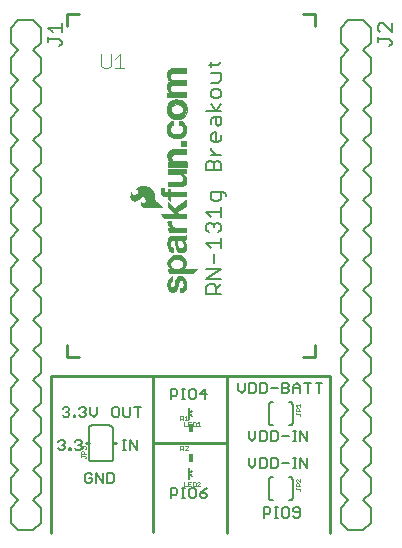
<source format=gbr>
G04 EAGLE Gerber RS-274X export*
G75*
%MOMM*%
%FSLAX34Y34*%
%LPD*%
%INSilkscreen Top*%
%IPPOS*%
%AMOC8*
5,1,8,0,0,1.08239X$1,22.5*%
G01*
%ADD10C,0.254000*%
%ADD11C,0.203200*%
%ADD12C,0.152400*%
%ADD13C,0.101600*%
%ADD14C,0.127000*%
%ADD15C,0.025400*%
%ADD16R,0.485100X0.495300*%
%ADD17R,0.406400X0.711200*%

G36*
X129431Y275387D02*
X129431Y275387D01*
X129435Y275385D01*
X129475Y275406D01*
X129517Y275423D01*
X129519Y275428D01*
X129523Y275430D01*
X129536Y275473D01*
X129552Y275515D01*
X129550Y275520D01*
X129552Y275524D01*
X129516Y275594D01*
X129511Y275604D01*
X129510Y275605D01*
X124028Y280477D01*
X123246Y281331D01*
X122657Y282321D01*
X122530Y282672D01*
X122465Y283040D01*
X122465Y285315D01*
X122463Y285320D01*
X122465Y285326D01*
X122341Y286690D01*
X122335Y286700D01*
X122337Y286712D01*
X121969Y288031D01*
X121961Y288039D01*
X121960Y288052D01*
X121360Y289282D01*
X121353Y289289D01*
X121350Y289300D01*
X120533Y290457D01*
X120525Y290462D01*
X120522Y290471D01*
X119550Y291502D01*
X119542Y291506D01*
X119539Y291512D01*
X119538Y291513D01*
X119537Y291514D01*
X118430Y292399D01*
X118420Y292401D01*
X118413Y292410D01*
X116732Y293357D01*
X116721Y293358D01*
X116711Y293366D01*
X114887Y293994D01*
X114876Y293993D01*
X114865Y294000D01*
X112958Y294288D01*
X112947Y294285D01*
X112935Y294290D01*
X111007Y294229D01*
X110998Y294225D01*
X110986Y294227D01*
X109947Y294020D01*
X109939Y294015D01*
X109929Y294015D01*
X108931Y293657D01*
X108924Y293651D01*
X108913Y293650D01*
X107979Y293148D01*
X107972Y293139D01*
X107960Y293136D01*
X106823Y292229D01*
X106817Y292218D01*
X106804Y292211D01*
X105883Y291085D01*
X105871Y291042D01*
X105855Y291001D01*
X105857Y290996D01*
X105856Y290990D01*
X105878Y290952D01*
X105896Y290912D01*
X105902Y290909D01*
X105904Y290905D01*
X105933Y290897D01*
X105981Y290879D01*
X106861Y290879D01*
X106982Y290863D01*
X107084Y290819D01*
X107423Y290545D01*
X107672Y290184D01*
X107737Y290010D01*
X107795Y289472D01*
X107697Y288942D01*
X107448Y288454D01*
X106797Y287552D01*
X106443Y287140D01*
X106033Y286789D01*
X105575Y286506D01*
X105081Y286300D01*
X104781Y286241D01*
X104478Y286253D01*
X103959Y286410D01*
X103499Y286696D01*
X103129Y287091D01*
X102874Y287572D01*
X102736Y288062D01*
X102678Y288573D01*
X102678Y289176D01*
X102678Y289177D01*
X102669Y289199D01*
X102640Y289267D01*
X102548Y289302D01*
X102538Y289298D01*
X102463Y289264D01*
X102460Y289262D01*
X102459Y289261D01*
X102458Y289260D01*
X102438Y289239D01*
X102436Y289235D01*
X102433Y289234D01*
X102432Y289230D01*
X102427Y289228D01*
X102089Y288793D01*
X102085Y288778D01*
X102073Y288766D01*
X101852Y288262D01*
X101852Y288261D01*
X101700Y287905D01*
X101599Y287677D01*
X101599Y287667D01*
X101592Y287657D01*
X101372Y286779D01*
X101374Y286770D01*
X101369Y286760D01*
X101283Y285860D01*
X101287Y285850D01*
X101283Y285838D01*
X101349Y284970D01*
X101355Y284959D01*
X101354Y284946D01*
X101585Y284106D01*
X101593Y284096D01*
X101594Y284083D01*
X101982Y283303D01*
X101990Y283296D01*
X101993Y283285D01*
X102553Y282508D01*
X102560Y282504D01*
X102564Y282495D01*
X103222Y281799D01*
X103233Y281794D01*
X103241Y281783D01*
X103844Y281352D01*
X103859Y281349D01*
X103872Y281337D01*
X104564Y281070D01*
X104580Y281070D01*
X104595Y281062D01*
X105332Y280975D01*
X105347Y280980D01*
X105364Y280976D01*
X106099Y281075D01*
X106112Y281083D01*
X106129Y281083D01*
X106817Y281363D01*
X106826Y281372D01*
X106840Y281375D01*
X108598Y282562D01*
X108604Y282570D01*
X108614Y282574D01*
X110155Y284027D01*
X110590Y284397D01*
X111093Y284637D01*
X111641Y284739D01*
X112197Y284696D01*
X112722Y284510D01*
X113182Y284195D01*
X113547Y283770D01*
X113840Y283227D01*
X114038Y282641D01*
X114135Y282031D01*
X114100Y281320D01*
X113893Y280642D01*
X113528Y280036D01*
X113200Y279723D01*
X112796Y279517D01*
X112380Y279424D01*
X111952Y279424D01*
X111537Y279517D01*
X111399Y279589D01*
X111285Y279707D01*
X110686Y280531D01*
X110615Y280664D01*
X110587Y280802D01*
X110603Y280960D01*
X110589Y281003D01*
X110578Y281048D01*
X110574Y281050D01*
X110573Y281054D01*
X110532Y281074D01*
X110493Y281097D01*
X110489Y281096D01*
X110485Y281098D01*
X110442Y281083D01*
X110398Y281070D01*
X110396Y281067D01*
X110392Y281066D01*
X110373Y281028D01*
X110352Y280992D01*
X110276Y280509D01*
X110278Y280504D01*
X110275Y280499D01*
X110202Y279559D01*
X110204Y279553D01*
X110202Y279547D01*
X110203Y279544D01*
X110202Y279539D01*
X110275Y278599D01*
X110280Y278589D01*
X110279Y278577D01*
X110463Y277878D01*
X110471Y277868D01*
X110472Y277854D01*
X110793Y277206D01*
X110802Y277198D01*
X110806Y277184D01*
X111251Y276614D01*
X111262Y276608D01*
X111268Y276596D01*
X111818Y276126D01*
X111830Y276122D01*
X111839Y276111D01*
X112571Y275710D01*
X112584Y275709D01*
X112595Y275700D01*
X113394Y275460D01*
X113407Y275461D01*
X113420Y275455D01*
X114251Y275385D01*
X114257Y275387D01*
X114262Y275385D01*
X129426Y275385D01*
X129431Y275387D01*
G37*
G36*
X154374Y219837D02*
X154374Y219837D01*
X154381Y219835D01*
X154438Y219864D01*
X154459Y219873D01*
X154460Y219875D01*
X154462Y219876D01*
X158196Y224016D01*
X158211Y224061D01*
X158228Y224105D01*
X158227Y224107D01*
X158228Y224110D01*
X158207Y224152D01*
X158187Y224194D01*
X158185Y224195D01*
X158184Y224197D01*
X158162Y224204D01*
X158102Y224227D01*
X146998Y224227D01*
X147000Y224228D01*
X147716Y224748D01*
X147723Y224759D01*
X147736Y224766D01*
X148326Y225426D01*
X148330Y225438D01*
X148341Y225448D01*
X148778Y226217D01*
X148780Y226230D01*
X148789Y226242D01*
X149053Y227086D01*
X149052Y227097D01*
X149058Y227108D01*
X149213Y228325D01*
X149211Y228334D01*
X149214Y228343D01*
X149197Y229570D01*
X149194Y229578D01*
X149196Y229588D01*
X149007Y230800D01*
X149002Y230809D01*
X149002Y230820D01*
X148708Y231739D01*
X148701Y231747D01*
X148699Y231759D01*
X148253Y232615D01*
X148245Y232621D01*
X148242Y232633D01*
X147657Y233401D01*
X147648Y233406D01*
X147643Y233417D01*
X146936Y234074D01*
X146926Y234078D01*
X146919Y234088D01*
X145734Y234860D01*
X145724Y234862D01*
X145715Y234870D01*
X144415Y235426D01*
X144404Y235426D01*
X144394Y235433D01*
X143018Y235756D01*
X143007Y235754D01*
X142996Y235759D01*
X140781Y235877D01*
X140770Y235873D01*
X140758Y235876D01*
X138558Y235593D01*
X138548Y235588D01*
X138536Y235588D01*
X136423Y234914D01*
X136413Y234906D01*
X136400Y234904D01*
X135359Y234325D01*
X135351Y234314D01*
X135337Y234309D01*
X134447Y233517D01*
X134442Y233508D01*
X134432Y233501D01*
X133779Y232677D01*
X133777Y232669D01*
X133770Y232663D01*
X133229Y231761D01*
X133227Y231751D01*
X133219Y231742D01*
X132819Y230718D01*
X132819Y230705D01*
X132812Y230693D01*
X132629Y229608D01*
X132631Y229597D01*
X132627Y229585D01*
X132652Y227604D01*
X132657Y227593D01*
X132655Y227580D01*
X132757Y227098D01*
X132763Y227089D01*
X132763Y227077D01*
X133296Y225756D01*
X133303Y225749D01*
X133304Y225739D01*
X133537Y225345D01*
X133546Y225338D01*
X133551Y225326D01*
X133852Y224983D01*
X133858Y224980D01*
X133861Y224973D01*
X134470Y224413D01*
X134826Y224084D01*
X134827Y224084D01*
X134828Y224083D01*
X134977Y223949D01*
X133060Y223973D01*
X133045Y223967D01*
X133031Y223970D01*
X133002Y223950D01*
X132968Y223936D01*
X132963Y223922D01*
X132950Y223913D01*
X132943Y223872D01*
X132932Y223845D01*
X132936Y223835D01*
X132934Y223824D01*
X133670Y219938D01*
X133692Y219904D01*
X133709Y219868D01*
X133719Y219864D01*
X133725Y219856D01*
X133754Y219850D01*
X133794Y219835D01*
X154368Y219835D01*
X154374Y219837D01*
G37*
G36*
X148732Y368985D02*
X148732Y368985D01*
X148734Y368984D01*
X148777Y369004D01*
X148821Y369022D01*
X148821Y369024D01*
X148823Y369025D01*
X148856Y369110D01*
X148856Y373428D01*
X148855Y373430D01*
X148856Y373432D01*
X148836Y373475D01*
X148818Y373519D01*
X148816Y373519D01*
X148815Y373521D01*
X148730Y373554D01*
X138925Y373554D01*
X138922Y373553D01*
X138919Y373554D01*
X138297Y373524D01*
X137706Y373656D01*
X137168Y373939D01*
X136224Y374759D01*
X135958Y375113D01*
X135780Y375517D01*
X135698Y375957D01*
X135649Y376805D01*
X135680Y377282D01*
X135816Y377733D01*
X136049Y378141D01*
X136367Y378488D01*
X136914Y378858D01*
X137533Y379089D01*
X138196Y379169D01*
X148755Y379169D01*
X148757Y379170D01*
X148759Y379169D01*
X148802Y379189D01*
X148846Y379207D01*
X148846Y379209D01*
X148848Y379210D01*
X148881Y379295D01*
X148881Y383613D01*
X148880Y383615D01*
X148881Y383617D01*
X148861Y383660D01*
X148843Y383704D01*
X148841Y383704D01*
X148840Y383706D01*
X148755Y383739D01*
X139234Y383739D01*
X138131Y383814D01*
X137492Y383963D01*
X136897Y384236D01*
X136369Y384621D01*
X136083Y384939D01*
X135873Y385312D01*
X135747Y385721D01*
X135655Y386624D01*
X135723Y387528D01*
X135851Y387976D01*
X136077Y388382D01*
X136391Y388725D01*
X136774Y388986D01*
X137596Y389298D01*
X138476Y389405D01*
X148755Y389405D01*
X148757Y389406D01*
X148759Y389405D01*
X148802Y389425D01*
X148846Y389443D01*
X148846Y389445D01*
X148848Y389446D01*
X148881Y389531D01*
X148881Y393773D01*
X148880Y393775D01*
X148881Y393777D01*
X148861Y393820D01*
X148843Y393864D01*
X148841Y393864D01*
X148840Y393866D01*
X148755Y393899D01*
X137173Y393899D01*
X137164Y393896D01*
X137154Y393898D01*
X136058Y393729D01*
X136048Y393723D01*
X136033Y393723D01*
X134994Y393337D01*
X134985Y393328D01*
X134971Y393325D01*
X134032Y392737D01*
X134025Y392726D01*
X134011Y392721D01*
X133347Y392075D01*
X133342Y392063D01*
X133329Y392054D01*
X132822Y391280D01*
X132820Y391266D01*
X132809Y391255D01*
X132483Y390389D01*
X132483Y390378D01*
X132477Y390368D01*
X132228Y389108D01*
X132230Y389102D01*
X132226Y389094D01*
X132119Y387815D01*
X132122Y387805D01*
X132119Y387795D01*
X132180Y386901D01*
X132186Y386891D01*
X132184Y386877D01*
X132416Y386012D01*
X132423Y386002D01*
X132424Y385989D01*
X132818Y385184D01*
X132826Y385177D01*
X132828Y385165D01*
X133466Y384276D01*
X133474Y384272D01*
X133478Y384262D01*
X134237Y383474D01*
X134240Y383473D01*
X134241Y383470D01*
X134722Y383015D01*
X134764Y382973D01*
X134106Y382593D01*
X134099Y382583D01*
X134086Y382579D01*
X133417Y381997D01*
X133412Y381986D01*
X133400Y381979D01*
X132854Y381281D01*
X132851Y381269D01*
X132841Y381260D01*
X132438Y380470D01*
X132437Y380458D01*
X132429Y380447D01*
X132168Y379524D01*
X132169Y379512D01*
X132164Y379499D01*
X132094Y378542D01*
X132097Y378532D01*
X132094Y378521D01*
X132221Y377149D01*
X132225Y377142D01*
X132224Y377132D01*
X132478Y376040D01*
X132485Y376030D01*
X132486Y376017D01*
X132890Y375127D01*
X132902Y375117D01*
X132907Y375101D01*
X133519Y374339D01*
X133526Y374335D01*
X133529Y374327D01*
X134316Y373565D01*
X134319Y373564D01*
X134320Y373562D01*
X134325Y373560D01*
X134327Y373556D01*
X134723Y373254D01*
X134730Y373223D01*
X132677Y373223D01*
X132675Y373222D01*
X132673Y373223D01*
X132630Y373203D01*
X132586Y373185D01*
X132586Y373183D01*
X132584Y373182D01*
X132551Y373097D01*
X132551Y369110D01*
X132552Y369108D01*
X132551Y369106D01*
X132571Y369063D01*
X132589Y369019D01*
X132591Y369019D01*
X132592Y369017D01*
X132677Y368984D01*
X148730Y368984D01*
X148732Y368985D01*
G37*
G36*
X144898Y237210D02*
X144898Y237210D01*
X144911Y237207D01*
X145955Y237396D01*
X145964Y237402D01*
X145977Y237402D01*
X146970Y237775D01*
X146979Y237783D01*
X146991Y237785D01*
X147474Y238077D01*
X147481Y238086D01*
X147493Y238091D01*
X147913Y238468D01*
X147918Y238479D01*
X147929Y238486D01*
X148271Y238934D01*
X148275Y238947D01*
X148285Y238957D01*
X148891Y240226D01*
X148891Y240239D01*
X148900Y240252D01*
X149208Y241624D01*
X149206Y241636D01*
X149211Y241649D01*
X149249Y243284D01*
X149245Y243294D01*
X149248Y243305D01*
X149007Y244923D01*
X149001Y244932D01*
X149002Y244945D01*
X148650Y245980D01*
X148642Y245989D01*
X148640Y246001D01*
X148100Y246952D01*
X148091Y246960D01*
X148086Y246972D01*
X147383Y247799D01*
X147367Y247823D01*
X147366Y247832D01*
X147368Y247840D01*
X147374Y247847D01*
X147397Y247856D01*
X148426Y248083D01*
X148429Y248085D01*
X148432Y248084D01*
X148712Y248160D01*
X148726Y248171D01*
X148745Y248175D01*
X148781Y248196D01*
X148798Y248220D01*
X148801Y248223D01*
X148811Y248227D01*
X148814Y248235D01*
X148827Y248247D01*
X148846Y248284D01*
X148848Y248314D01*
X148859Y248352D01*
X148856Y248388D01*
X148856Y252422D01*
X148847Y252445D01*
X148847Y252470D01*
X148828Y252488D01*
X148818Y252513D01*
X148795Y252522D01*
X148777Y252539D01*
X148748Y252540D01*
X148726Y252548D01*
X148708Y252540D01*
X148686Y252540D01*
X148487Y252466D01*
X147192Y252117D01*
X145855Y252015D01*
X141517Y252040D01*
X141514Y252039D01*
X141512Y252040D01*
X141469Y252020D01*
X141436Y252007D01*
X141414Y252015D01*
X136588Y252015D01*
X136581Y252012D01*
X136573Y252014D01*
X135837Y251923D01*
X135824Y251916D01*
X135807Y251916D01*
X135116Y251649D01*
X135106Y251638D01*
X135089Y251634D01*
X134484Y251207D01*
X134476Y251194D01*
X134461Y251186D01*
X133978Y250624D01*
X133974Y250611D01*
X133963Y250601D01*
X133269Y249298D01*
X133268Y249286D01*
X133260Y249275D01*
X132835Y247861D01*
X132836Y247851D01*
X132831Y247842D01*
X132601Y246103D01*
X132603Y246095D01*
X132600Y246087D01*
X132592Y244333D01*
X132595Y244326D01*
X132592Y244317D01*
X132806Y242577D01*
X132810Y242569D01*
X132809Y242559D01*
X133143Y241330D01*
X133150Y241322D01*
X133150Y241311D01*
X133679Y240153D01*
X133688Y240145D01*
X133691Y240132D01*
X134265Y239315D01*
X134276Y239308D01*
X134282Y239295D01*
X134322Y239258D01*
X134996Y238627D01*
X135012Y238612D01*
X135024Y238608D01*
X135033Y238596D01*
X135886Y238077D01*
X135899Y238075D01*
X135910Y238065D01*
X136851Y237731D01*
X136864Y237732D01*
X136877Y237725D01*
X137768Y237603D01*
X137770Y237600D01*
X137770Y237599D01*
X137817Y237581D01*
X137862Y237564D01*
X137867Y237566D01*
X137946Y237599D01*
X137972Y237624D01*
X137989Y237664D01*
X138010Y237702D01*
X138008Y237708D01*
X138010Y237715D01*
X137993Y237755D01*
X137984Y237785D01*
X137984Y241932D01*
X137983Y241934D01*
X137984Y241936D01*
X137964Y241979D01*
X137946Y242023D01*
X137944Y242023D01*
X137943Y242025D01*
X137858Y242058D01*
X137816Y242058D01*
X137284Y242121D01*
X136789Y242305D01*
X136351Y242600D01*
X135995Y242990D01*
X135740Y243454D01*
X135575Y244015D01*
X135521Y244602D01*
X135571Y245957D01*
X135632Y246326D01*
X135760Y246672D01*
X135953Y246986D01*
X136187Y247239D01*
X136466Y247438D01*
X136780Y247577D01*
X137301Y247688D01*
X137832Y247688D01*
X138353Y247577D01*
X138450Y247535D01*
X138537Y247475D01*
X138798Y247191D01*
X139044Y246763D01*
X139209Y246294D01*
X139435Y244988D01*
X139663Y242782D01*
X139666Y242778D01*
X139665Y242773D01*
X139943Y241236D01*
X139947Y241228D01*
X139947Y241219D01*
X140431Y239734D01*
X140438Y239726D01*
X140439Y239714D01*
X140805Y239018D01*
X140815Y239010D01*
X140819Y238997D01*
X141317Y238387D01*
X141325Y238383D01*
X141329Y238374D01*
X141333Y238373D01*
X141335Y238369D01*
X141944Y237871D01*
X141955Y237868D01*
X141958Y237867D01*
X141968Y237856D01*
X142830Y237427D01*
X142845Y237426D01*
X142859Y237417D01*
X143800Y237211D01*
X143813Y237213D01*
X143827Y237208D01*
X144888Y237205D01*
X144898Y237210D01*
G37*
G36*
X148809Y266343D02*
X148809Y266343D01*
X148812Y266342D01*
X148895Y266379D01*
X148946Y266430D01*
X148948Y266433D01*
X148950Y266434D01*
X148983Y266519D01*
X148983Y270659D01*
X148982Y270661D01*
X148983Y270663D01*
X148963Y270706D01*
X148945Y270750D01*
X148943Y270750D01*
X148942Y270752D01*
X148857Y270785D01*
X143449Y270785D01*
X141842Y272440D01*
X148820Y276673D01*
X148831Y276688D01*
X148848Y276696D01*
X148861Y276730D01*
X148878Y276753D01*
X148876Y276766D01*
X148881Y276780D01*
X148906Y281860D01*
X148891Y281896D01*
X148883Y281934D01*
X148873Y281940D01*
X148868Y281951D01*
X148832Y281966D01*
X148799Y281986D01*
X148787Y281983D01*
X148777Y281987D01*
X148749Y281975D01*
X148710Y281966D01*
X138815Y275369D01*
X133249Y281060D01*
X133248Y281061D01*
X133247Y281063D01*
X133202Y281080D01*
X133158Y281098D01*
X133157Y281098D01*
X133155Y281098D01*
X133112Y281078D01*
X133068Y281059D01*
X133067Y281058D01*
X133066Y281057D01*
X133033Y280972D01*
X133033Y276298D01*
X133034Y276295D01*
X133033Y276292D01*
X133070Y276209D01*
X138544Y270734D01*
X127114Y270734D01*
X127082Y270721D01*
X127048Y270716D01*
X127038Y270702D01*
X127023Y270696D01*
X127011Y270664D01*
X126991Y270635D01*
X126993Y270618D01*
X126988Y270604D01*
X126999Y270579D01*
X127004Y270545D01*
X129366Y266405D01*
X129383Y266393D01*
X129391Y266375D01*
X129423Y266362D01*
X129445Y266346D01*
X129460Y266348D01*
X129476Y266342D01*
X148806Y266342D01*
X148809Y266343D01*
G37*
G36*
X143883Y293243D02*
X143883Y293243D01*
X143890Y293241D01*
X144989Y293342D01*
X144999Y293348D01*
X145012Y293346D01*
X146075Y293646D01*
X146084Y293653D01*
X146097Y293654D01*
X147087Y294142D01*
X147095Y294151D01*
X147107Y294155D01*
X147992Y294815D01*
X147999Y294825D01*
X148011Y294832D01*
X148239Y295086D01*
X148243Y295098D01*
X148254Y295106D01*
X148780Y296008D01*
X148782Y296020D01*
X148790Y296030D01*
X149133Y297016D01*
X149132Y297028D01*
X149139Y297040D01*
X149286Y298073D01*
X149283Y298083D01*
X149287Y298094D01*
X149286Y298168D01*
X149286Y298169D01*
X149283Y298295D01*
X149281Y298421D01*
X149278Y298547D01*
X149275Y298673D01*
X149275Y298674D01*
X149273Y298800D01*
X149257Y299588D01*
X149254Y299595D01*
X149256Y299604D01*
X149032Y301082D01*
X149027Y301090D01*
X149028Y301100D01*
X148947Y301362D01*
X148941Y301370D01*
X148940Y301382D01*
X148817Y301627D01*
X148810Y301634D01*
X148807Y301644D01*
X148148Y302574D01*
X148140Y302579D01*
X148137Y302588D01*
X147352Y303415D01*
X147344Y303418D01*
X147339Y303427D01*
X146698Y303934D01*
X148755Y303934D01*
X148757Y303935D01*
X148759Y303934D01*
X148802Y303954D01*
X148846Y303972D01*
X148846Y303974D01*
X148848Y303975D01*
X148881Y304060D01*
X148881Y308073D01*
X148880Y308075D01*
X148881Y308077D01*
X148861Y308120D01*
X148843Y308164D01*
X148841Y308164D01*
X148840Y308166D01*
X148755Y308199D01*
X133134Y308199D01*
X133132Y308198D01*
X133130Y308199D01*
X133087Y308179D01*
X133043Y308161D01*
X133043Y308159D01*
X133041Y308158D01*
X133008Y308073D01*
X133008Y303857D01*
X133009Y303855D01*
X133008Y303853D01*
X133028Y303810D01*
X133046Y303766D01*
X133048Y303766D01*
X133049Y303764D01*
X133134Y303731D01*
X141436Y303731D01*
X142666Y303655D01*
X143870Y303430D01*
X144420Y303221D01*
X144905Y302894D01*
X145302Y302463D01*
X145590Y301953D01*
X145802Y301262D01*
X145869Y300541D01*
X145789Y299822D01*
X145566Y299133D01*
X145341Y298738D01*
X145040Y298397D01*
X144678Y298125D01*
X143910Y297782D01*
X143080Y297633D01*
X133083Y297633D01*
X133081Y297632D01*
X133079Y297633D01*
X133036Y297613D01*
X132992Y297595D01*
X132992Y297593D01*
X132990Y297592D01*
X132957Y297507D01*
X132957Y293367D01*
X132958Y293365D01*
X132957Y293363D01*
X132977Y293320D01*
X132995Y293276D01*
X132997Y293276D01*
X132998Y293274D01*
X133083Y293241D01*
X143878Y293241D01*
X143883Y293243D01*
G37*
G36*
X148833Y310438D02*
X148833Y310438D01*
X148835Y310437D01*
X148878Y310457D01*
X148922Y310475D01*
X148922Y310477D01*
X148924Y310478D01*
X148957Y310563D01*
X148957Y314779D01*
X148956Y314781D01*
X148957Y314783D01*
X148937Y314826D01*
X148919Y314870D01*
X148917Y314870D01*
X148916Y314872D01*
X148831Y314905D01*
X139465Y314905D01*
X138682Y314986D01*
X137932Y315202D01*
X137253Y315565D01*
X136684Y316082D01*
X136370Y316539D01*
X136166Y317055D01*
X136079Y317611D01*
X136029Y318716D01*
X136046Y319032D01*
X136123Y319332D01*
X136340Y319767D01*
X136649Y320141D01*
X137036Y320437D01*
X137678Y320747D01*
X138366Y320938D01*
X139084Y321003D01*
X148730Y321003D01*
X148732Y321004D01*
X148734Y321003D01*
X148777Y321023D01*
X148821Y321041D01*
X148821Y321043D01*
X148823Y321044D01*
X148856Y321129D01*
X148856Y325218D01*
X148855Y325220D01*
X148856Y325222D01*
X148836Y325265D01*
X148818Y325309D01*
X148816Y325309D01*
X148815Y325311D01*
X148730Y325344D01*
X138189Y325344D01*
X138184Y325342D01*
X138179Y325344D01*
X137050Y325254D01*
X137042Y325250D01*
X137033Y325251D01*
X135926Y325011D01*
X135918Y325006D01*
X135908Y325006D01*
X135203Y324737D01*
X135195Y324729D01*
X135183Y324727D01*
X134534Y324343D01*
X134528Y324334D01*
X134516Y324330D01*
X133941Y323841D01*
X133936Y323830D01*
X133924Y323823D01*
X133306Y323038D01*
X133303Y323025D01*
X133291Y323014D01*
X132869Y322109D01*
X132868Y322095D01*
X132860Y322081D01*
X132654Y321104D01*
X132657Y321093D01*
X132652Y321081D01*
X132602Y319075D01*
X132606Y319065D01*
X132603Y319054D01*
X132758Y318002D01*
X132765Y317991D01*
X132765Y317977D01*
X133134Y316980D01*
X133143Y316970D01*
X133146Y316956D01*
X133713Y316058D01*
X133722Y316051D01*
X133726Y316040D01*
X134142Y315579D01*
X134150Y315576D01*
X134154Y315568D01*
X134627Y315166D01*
X134632Y315164D01*
X134634Y315160D01*
X135012Y314883D01*
X135148Y314769D01*
X135177Y314727D01*
X133109Y314727D01*
X133107Y314726D01*
X133105Y314727D01*
X133062Y314707D01*
X133018Y314689D01*
X133018Y314687D01*
X133016Y314686D01*
X132983Y314601D01*
X132983Y310563D01*
X132984Y310561D01*
X132983Y310559D01*
X133003Y310516D01*
X133021Y310472D01*
X133023Y310472D01*
X133024Y310470D01*
X133109Y310437D01*
X148831Y310437D01*
X148833Y310438D01*
G37*
G36*
X144254Y351281D02*
X144254Y351281D01*
X144274Y351294D01*
X144302Y351300D01*
X146791Y352900D01*
X146806Y352921D01*
X146830Y352939D01*
X148608Y355784D01*
X148612Y355808D01*
X148626Y355834D01*
X149032Y358831D01*
X149028Y358845D01*
X149033Y358861D01*
X148779Y361376D01*
X148772Y361388D01*
X148772Y361404D01*
X148137Y363258D01*
X148126Y363271D01*
X148121Y363290D01*
X147334Y364407D01*
X147326Y364412D01*
X147322Y364421D01*
X146179Y365615D01*
X146165Y365621D01*
X146155Y365635D01*
X144860Y366448D01*
X144843Y366451D01*
X144827Y366463D01*
X142363Y367149D01*
X142353Y367147D01*
X142344Y367152D01*
X140236Y367406D01*
X140222Y367402D01*
X140205Y367406D01*
X138020Y367126D01*
X138005Y367117D01*
X137985Y367116D01*
X135648Y366075D01*
X135636Y366062D01*
X135617Y366056D01*
X134347Y364964D01*
X134340Y364950D01*
X134325Y364940D01*
X132954Y362959D01*
X132951Y362943D01*
X132939Y362928D01*
X132380Y361302D01*
X132380Y361289D01*
X132374Y361277D01*
X132120Y359270D01*
X132122Y359261D01*
X132119Y359252D01*
X132119Y359251D01*
X132129Y359228D01*
X132135Y359215D01*
X132146Y359175D01*
X132155Y359171D01*
X132159Y359162D01*
X132160Y359161D01*
X132162Y359161D01*
X132208Y359142D01*
X132233Y359128D01*
X132238Y359130D01*
X132243Y359128D01*
X135215Y359078D01*
X135218Y359079D01*
X135221Y359078D01*
X135263Y359097D01*
X135306Y359115D01*
X135307Y359118D01*
X135310Y359119D01*
X135343Y359204D01*
X135343Y359300D01*
X135442Y360487D01*
X135955Y361440D01*
X136199Y361692D01*
X136200Y361692D01*
X136322Y361818D01*
X136567Y362071D01*
X136764Y362274D01*
X138376Y363018D01*
X140305Y363269D01*
X141730Y363269D01*
X143278Y362894D01*
X144488Y362351D01*
X145469Y361272D01*
X146061Y359521D01*
X145839Y357773D01*
X144831Y356125D01*
X143804Y355587D01*
X142656Y355213D01*
X141407Y355038D01*
X139548Y355088D01*
X138074Y355362D01*
X137185Y355758D01*
X136101Y356546D01*
X135466Y357694D01*
X135316Y358789D01*
X135294Y358826D01*
X135276Y358865D01*
X135269Y358868D01*
X135266Y358874D01*
X135236Y358881D01*
X135191Y358898D01*
X132270Y358898D01*
X132243Y358887D01*
X132214Y358885D01*
X132198Y358868D01*
X132179Y358860D01*
X132171Y358838D01*
X132153Y358818D01*
X132103Y358691D01*
X132103Y358669D01*
X132094Y358645D01*
X132094Y358594D01*
X132097Y358587D01*
X132095Y358579D01*
X132272Y357106D01*
X132282Y357088D01*
X132284Y357065D01*
X133961Y353687D01*
X133980Y353670D01*
X133996Y353644D01*
X136714Y351510D01*
X136738Y351503D01*
X136764Y351486D01*
X140320Y350673D01*
X140342Y350677D01*
X140368Y350671D01*
X144254Y351281D01*
G37*
G36*
X143808Y203402D02*
X143808Y203402D01*
X143811Y203401D01*
X144167Y203426D01*
X144173Y203429D01*
X144180Y203428D01*
X144764Y203530D01*
X144772Y203535D01*
X144783Y203534D01*
X146053Y203966D01*
X146060Y203973D01*
X146070Y203974D01*
X146666Y204283D01*
X146673Y204293D01*
X146686Y204297D01*
X147210Y204717D01*
X147215Y204728D01*
X147227Y204734D01*
X147658Y205249D01*
X147660Y205257D01*
X147667Y205262D01*
X148429Y206456D01*
X148431Y206464D01*
X148438Y206471D01*
X148835Y207328D01*
X148836Y207341D01*
X148844Y207353D01*
X149056Y208274D01*
X149054Y208283D01*
X149059Y208293D01*
X149237Y210859D01*
X149235Y210866D01*
X149237Y210872D01*
X149233Y210980D01*
X149229Y211106D01*
X149224Y211232D01*
X149220Y211358D01*
X149220Y211359D01*
X149216Y211485D01*
X149211Y211611D01*
X149207Y211737D01*
X149202Y211863D01*
X149202Y211864D01*
X149198Y211990D01*
X149193Y212116D01*
X149190Y212199D01*
X149188Y212205D01*
X149189Y212212D01*
X149007Y213526D01*
X149003Y213534D01*
X149004Y213543D01*
X148721Y214543D01*
X148714Y214552D01*
X148713Y214564D01*
X148262Y215499D01*
X148254Y215506D01*
X148251Y215518D01*
X147645Y216362D01*
X147636Y216367D01*
X147634Y216372D01*
X147633Y216372D01*
X147630Y216378D01*
X146887Y217104D01*
X146877Y217108D01*
X146869Y217119D01*
X146305Y217498D01*
X146294Y217500D01*
X146284Y217509D01*
X145659Y217775D01*
X145647Y217775D01*
X145636Y217783D01*
X144972Y217925D01*
X144963Y217924D01*
X144954Y217928D01*
X143913Y218004D01*
X143904Y218001D01*
X143893Y218004D01*
X142838Y217910D01*
X142825Y217903D01*
X142809Y217903D01*
X141806Y217566D01*
X141795Y217557D01*
X141780Y217554D01*
X141368Y217302D01*
X141361Y217292D01*
X141347Y217286D01*
X140997Y216954D01*
X140993Y216943D01*
X140982Y216937D01*
X140474Y216245D01*
X140472Y216237D01*
X140464Y216230D01*
X140059Y215474D01*
X140058Y215465D01*
X140052Y215458D01*
X139442Y213802D01*
X139442Y213794D01*
X139437Y213786D01*
X139056Y212063D01*
X139056Y212062D01*
X139055Y212061D01*
X138651Y210038D01*
X138379Y209286D01*
X137963Y208611D01*
X137670Y208328D01*
X137309Y208144D01*
X136940Y208079D01*
X136568Y208127D01*
X136226Y208282D01*
X135958Y208515D01*
X135763Y208816D01*
X135606Y209240D01*
X135521Y209689D01*
X135477Y210538D01*
X135521Y211385D01*
X135619Y211881D01*
X135808Y212348D01*
X136079Y212771D01*
X136343Y213046D01*
X136656Y213264D01*
X137008Y213414D01*
X137251Y213469D01*
X137511Y213485D01*
X137553Y213506D01*
X137596Y213526D01*
X137597Y213528D01*
X137599Y213529D01*
X137605Y213548D01*
X137629Y213611D01*
X137629Y217497D01*
X137626Y217506D01*
X137628Y217514D01*
X137607Y217550D01*
X137591Y217588D01*
X137582Y217591D01*
X137577Y217599D01*
X137526Y217613D01*
X137499Y217623D01*
X137495Y217621D01*
X137490Y217623D01*
X136779Y217547D01*
X136769Y217541D01*
X136758Y217543D01*
X136752Y217538D01*
X136745Y217538D01*
X136732Y217546D01*
X136712Y217541D01*
X136697Y217541D01*
X136694Y217539D01*
X136672Y217540D01*
X136114Y217337D01*
X136110Y217333D01*
X136105Y217333D01*
X135317Y216977D01*
X135311Y216970D01*
X135300Y216968D01*
X134858Y216682D01*
X134853Y216674D01*
X134843Y216670D01*
X134448Y216322D01*
X134443Y216312D01*
X134432Y216305D01*
X133675Y215346D01*
X133672Y215333D01*
X133661Y215323D01*
X133123Y214226D01*
X133122Y214214D01*
X133114Y214203D01*
X132746Y212852D01*
X132747Y212842D01*
X132742Y212832D01*
X132602Y211439D01*
X132604Y211433D01*
X132602Y211426D01*
X132602Y209623D01*
X132604Y209617D01*
X132602Y209609D01*
X132757Y208180D01*
X132763Y208170D01*
X132762Y208157D01*
X133173Y206779D01*
X133180Y206770D01*
X133181Y206758D01*
X133835Y205477D01*
X133844Y205469D01*
X133847Y205457D01*
X134217Y204981D01*
X134227Y204975D01*
X134233Y204963D01*
X134688Y204569D01*
X134699Y204565D01*
X134708Y204554D01*
X135230Y204255D01*
X135243Y204254D01*
X135253Y204245D01*
X136337Y203887D01*
X136349Y203888D01*
X136362Y203882D01*
X137496Y203753D01*
X137508Y203756D01*
X137522Y203753D01*
X138658Y203858D01*
X138669Y203864D01*
X138683Y203863D01*
X139172Y204015D01*
X139182Y204023D01*
X139196Y204025D01*
X139643Y204274D01*
X139651Y204285D01*
X139665Y204289D01*
X140050Y204626D01*
X140055Y204636D01*
X140066Y204642D01*
X140603Y205319D01*
X140606Y205328D01*
X140614Y205335D01*
X141041Y206086D01*
X141042Y206095D01*
X141049Y206103D01*
X141355Y206911D01*
X141355Y206919D01*
X141360Y206927D01*
X142223Y210558D01*
X142529Y211732D01*
X142999Y212839D01*
X143230Y213175D01*
X143534Y213441D01*
X143896Y213621D01*
X144291Y213706D01*
X144695Y213689D01*
X145080Y213572D01*
X145425Y213364D01*
X145709Y213076D01*
X146021Y212563D01*
X146218Y211996D01*
X146292Y211393D01*
X146292Y210063D01*
X146219Y209501D01*
X146002Y208914D01*
X145665Y208387D01*
X145222Y207945D01*
X144808Y207690D01*
X144346Y207543D01*
X143849Y207514D01*
X143802Y207514D01*
X143800Y207513D01*
X143798Y207514D01*
X143755Y207494D01*
X143711Y207476D01*
X143711Y207474D01*
X143709Y207473D01*
X143676Y207388D01*
X143676Y203527D01*
X143678Y203521D01*
X143676Y203514D01*
X143683Y203502D01*
X143682Y203488D01*
X143683Y203486D01*
X143683Y203485D01*
X143703Y203463D01*
X143714Y203436D01*
X143721Y203434D01*
X143724Y203428D01*
X143738Y203423D01*
X143747Y203413D01*
X143748Y203413D01*
X143750Y203412D01*
X143777Y203411D01*
X143784Y203409D01*
X143806Y203401D01*
X143808Y203402D01*
G37*
G36*
X141826Y333579D02*
X141826Y333579D01*
X141836Y333577D01*
X143052Y333722D01*
X143060Y333727D01*
X143071Y333726D01*
X144249Y334060D01*
X144257Y334066D01*
X144268Y334067D01*
X145378Y334581D01*
X145385Y334589D01*
X145396Y334591D01*
X146412Y335273D01*
X146418Y335282D01*
X146428Y335286D01*
X147251Y336057D01*
X147255Y336066D01*
X147265Y336072D01*
X147949Y336968D01*
X147952Y336978D01*
X147961Y336986D01*
X148487Y337983D01*
X148488Y337993D01*
X148495Y338002D01*
X148850Y339072D01*
X148849Y339081D01*
X148854Y339090D01*
X149136Y340654D01*
X149135Y340661D01*
X149138Y340668D01*
X149237Y342254D01*
X149234Y342263D01*
X149237Y342272D01*
X149141Y343455D01*
X149137Y343464D01*
X149138Y343475D01*
X148856Y344628D01*
X148850Y344636D01*
X148850Y344647D01*
X148388Y345740D01*
X148380Y345748D01*
X148377Y345760D01*
X147557Y347008D01*
X147546Y347015D01*
X147540Y347028D01*
X146482Y348081D01*
X146470Y348085D01*
X146462Y348097D01*
X145211Y348912D01*
X145198Y348914D01*
X145188Y348924D01*
X143797Y349466D01*
X143786Y349465D01*
X143776Y349472D01*
X143311Y349567D01*
X143302Y349565D01*
X143294Y349569D01*
X142819Y349601D01*
X142815Y349600D01*
X142811Y349601D01*
X142761Y349601D01*
X142759Y349600D01*
X142757Y349601D01*
X142714Y349581D01*
X142670Y349563D01*
X142670Y349561D01*
X142668Y349560D01*
X142635Y349475D01*
X142635Y345411D01*
X142651Y345372D01*
X142663Y345332D01*
X142670Y345327D01*
X142673Y345320D01*
X142702Y345309D01*
X142742Y345286D01*
X143418Y345182D01*
X144055Y344967D01*
X144645Y344646D01*
X145077Y344288D01*
X145422Y343845D01*
X145690Y343315D01*
X145863Y342746D01*
X145936Y342156D01*
X145895Y341355D01*
X145714Y340576D01*
X145384Y339868D01*
X144895Y339260D01*
X144276Y338785D01*
X143559Y338470D01*
X142035Y338124D01*
X140475Y337995D01*
X139334Y338088D01*
X138231Y338393D01*
X137206Y338898D01*
X136295Y339585D01*
X136005Y339932D01*
X135819Y340346D01*
X135638Y341167D01*
X135572Y342007D01*
X135655Y342839D01*
X135916Y343631D01*
X136214Y344124D01*
X136306Y344219D01*
X136552Y344472D01*
X136615Y344537D01*
X137100Y344848D01*
X137642Y345041D01*
X138221Y345108D01*
X138239Y345108D01*
X138241Y345109D01*
X138243Y345108D01*
X138286Y345128D01*
X138330Y345146D01*
X138330Y345148D01*
X138332Y345149D01*
X138365Y345234D01*
X138365Y349425D01*
X138359Y349439D01*
X138362Y349453D01*
X138341Y349482D01*
X138327Y349516D01*
X138313Y349521D01*
X138304Y349533D01*
X138263Y349540D01*
X138235Y349551D01*
X138226Y349547D01*
X138215Y349549D01*
X137007Y349312D01*
X136999Y349307D01*
X136988Y349307D01*
X135833Y348883D01*
X135825Y348874D01*
X135812Y348872D01*
X134746Y348232D01*
X134738Y348221D01*
X134724Y348215D01*
X133821Y347360D01*
X133815Y347347D01*
X133803Y347339D01*
X133106Y346308D01*
X133104Y346295D01*
X133093Y346284D01*
X132636Y345127D01*
X132636Y345118D01*
X132630Y345109D01*
X132311Y343698D01*
X132312Y343692D01*
X132309Y343687D01*
X132120Y342253D01*
X132122Y342244D01*
X132119Y342234D01*
X132142Y340692D01*
X132148Y340681D01*
X132145Y340667D01*
X132478Y339161D01*
X132485Y339151D01*
X132485Y339137D01*
X133097Y337746D01*
X133106Y337738D01*
X133109Y337725D01*
X133974Y336476D01*
X133984Y336469D01*
X133990Y336457D01*
X135078Y335396D01*
X135089Y335392D01*
X135096Y335381D01*
X136367Y334547D01*
X136378Y334545D01*
X136388Y334536D01*
X137794Y333959D01*
X137806Y333959D01*
X137817Y333952D01*
X139307Y333654D01*
X139318Y333656D01*
X139328Y333652D01*
X141817Y333576D01*
X141826Y333579D01*
G37*
G36*
X135849Y280637D02*
X135849Y280637D01*
X135893Y280657D01*
X135894Y280658D01*
X135927Y280742D01*
X135951Y284605D01*
X148831Y284605D01*
X148833Y284606D01*
X148835Y284605D01*
X148878Y284625D01*
X148922Y284643D01*
X148922Y284645D01*
X148924Y284646D01*
X148957Y284731D01*
X148957Y288896D01*
X148956Y288898D01*
X148957Y288900D01*
X148937Y288943D01*
X148919Y288987D01*
X148917Y288987D01*
X148916Y288989D01*
X148831Y289022D01*
X135927Y289022D01*
X135927Y291894D01*
X135926Y291896D01*
X135927Y291898D01*
X135907Y291941D01*
X135889Y291985D01*
X135887Y291985D01*
X135886Y291987D01*
X135801Y292020D01*
X133134Y292020D01*
X133132Y292019D01*
X133130Y292020D01*
X133087Y292000D01*
X133043Y291982D01*
X133043Y291980D01*
X133041Y291979D01*
X133008Y291894D01*
X133008Y289048D01*
X131746Y289048D01*
X131284Y289111D01*
X130861Y289286D01*
X130629Y289468D01*
X130459Y289708D01*
X130362Y289990D01*
X130279Y290890D01*
X130364Y291805D01*
X130390Y292085D01*
X130388Y292091D01*
X130390Y292097D01*
X130390Y292173D01*
X130389Y292175D01*
X130390Y292177D01*
X130370Y292220D01*
X130352Y292264D01*
X130350Y292264D01*
X130349Y292266D01*
X130264Y292299D01*
X127241Y292299D01*
X127239Y292298D01*
X127237Y292299D01*
X127194Y292279D01*
X127150Y292261D01*
X127150Y292259D01*
X127148Y292258D01*
X127115Y292173D01*
X127115Y292151D01*
X127039Y290834D01*
X127040Y290831D01*
X127039Y290827D01*
X127039Y289277D01*
X127043Y289267D01*
X127041Y289256D01*
X127215Y288243D01*
X127222Y288233D01*
X127222Y288219D01*
X127591Y287261D01*
X127599Y287252D01*
X127602Y287239D01*
X128152Y286371D01*
X128162Y286364D01*
X128167Y286352D01*
X128877Y285609D01*
X128888Y285604D01*
X128895Y285593D01*
X129372Y285253D01*
X129383Y285251D01*
X129392Y285242D01*
X129923Y284993D01*
X129934Y284993D01*
X129944Y284985D01*
X130511Y284837D01*
X130522Y284838D01*
X130533Y284833D01*
X132667Y284656D01*
X132668Y284657D01*
X132674Y284657D01*
X132677Y284656D01*
X133008Y284656D01*
X133008Y283410D01*
X133009Y283407D01*
X133008Y283404D01*
X133045Y283321D01*
X135712Y280654D01*
X135712Y280653D01*
X135713Y280653D01*
X135758Y280635D01*
X135803Y280617D01*
X135804Y280617D01*
X135849Y280637D01*
G37*
G36*
X148732Y254481D02*
X148732Y254481D01*
X148734Y254480D01*
X148777Y254500D01*
X148821Y254518D01*
X148821Y254520D01*
X148823Y254521D01*
X148856Y254606D01*
X148856Y258772D01*
X148855Y258774D01*
X148856Y258776D01*
X148836Y258819D01*
X148818Y258863D01*
X148816Y258863D01*
X148815Y258865D01*
X148730Y258898D01*
X140911Y258898D01*
X140065Y258971D01*
X139246Y259171D01*
X138453Y259532D01*
X137761Y260057D01*
X137201Y260724D01*
X136937Y261203D01*
X136756Y261721D01*
X136664Y262263D01*
X136664Y263788D01*
X136789Y264385D01*
X136788Y264388D01*
X136790Y264391D01*
X136815Y264543D01*
X136812Y264552D01*
X136816Y264563D01*
X136816Y264589D01*
X136815Y264591D01*
X136816Y264593D01*
X136796Y264636D01*
X136778Y264680D01*
X136776Y264680D01*
X136775Y264682D01*
X136690Y264715D01*
X132829Y264715D01*
X132785Y264697D01*
X132740Y264679D01*
X132740Y264677D01*
X132738Y264677D01*
X132732Y264660D01*
X132703Y264596D01*
X132627Y263224D01*
X132631Y263214D01*
X132628Y263202D01*
X132712Y262501D01*
X132718Y262491D01*
X132717Y262477D01*
X132940Y261807D01*
X132949Y261798D01*
X132951Y261784D01*
X133304Y261173D01*
X133307Y261171D01*
X133308Y261167D01*
X133893Y260278D01*
X133896Y260275D01*
X133898Y260270D01*
X134200Y259876D01*
X134212Y259869D01*
X134220Y259855D01*
X134603Y259539D01*
X134609Y259537D01*
X134614Y259531D01*
X135656Y258845D01*
X135924Y258666D01*
X135939Y258619D01*
X133159Y258619D01*
X133146Y258614D01*
X133133Y258617D01*
X133103Y258595D01*
X133068Y258581D01*
X133063Y258568D01*
X133052Y258560D01*
X133044Y258517D01*
X133033Y258489D01*
X133037Y258481D01*
X133035Y258471D01*
X133721Y254610D01*
X133743Y254576D01*
X133760Y254539D01*
X133769Y254535D01*
X133774Y254527D01*
X133804Y254522D01*
X133845Y254506D01*
X148730Y254480D01*
X148732Y254481D01*
G37*
%LPC*%
G36*
X138855Y224159D02*
X138855Y224159D01*
X138081Y224426D01*
X137374Y224839D01*
X136694Y225437D01*
X136138Y226149D01*
X135976Y226487D01*
X135902Y226859D01*
X135852Y227934D01*
X135897Y228501D01*
X136053Y229043D01*
X136313Y229543D01*
X136943Y230302D01*
X137729Y230899D01*
X138628Y231302D01*
X139598Y231493D01*
X141569Y231496D01*
X143516Y231192D01*
X144277Y230903D01*
X144935Y230431D01*
X145451Y229805D01*
X145789Y229066D01*
X145968Y228175D01*
X145962Y227265D01*
X145810Y226543D01*
X145520Y225865D01*
X145157Y225356D01*
X144688Y224944D01*
X144124Y224645D01*
X144120Y224639D01*
X144113Y224638D01*
X144037Y224587D01*
X144036Y224586D01*
X144035Y224586D01*
X143975Y224544D01*
X143916Y224532D01*
X143878Y224532D01*
X143877Y224532D01*
X143876Y224532D01*
X143832Y224513D01*
X143787Y224494D01*
X143787Y224493D01*
X143786Y224492D01*
X143769Y224447D01*
X143761Y224425D01*
X143756Y224425D01*
X143721Y224434D01*
X143684Y224429D01*
X143674Y224423D01*
X143660Y224424D01*
X142985Y224199D01*
X142216Y224075D01*
X139670Y224049D01*
X138855Y224159D01*
G37*
%LPD*%
%LPC*%
G36*
X143667Y241646D02*
X143667Y241646D01*
X143125Y241866D01*
X142827Y242070D01*
X142583Y242338D01*
X142299Y242812D01*
X142102Y243330D01*
X141997Y243880D01*
X141845Y245323D01*
X141843Y245327D01*
X141843Y245331D01*
X141674Y246323D01*
X141670Y246329D01*
X141671Y246338D01*
X141383Y247302D01*
X141376Y247311D01*
X141374Y247324D01*
X141267Y247531D01*
X141255Y247541D01*
X141249Y247557D01*
X141122Y247699D01*
X141414Y247699D01*
X141416Y247700D01*
X141418Y247699D01*
X141461Y247719D01*
X141463Y247719D01*
X141516Y247699D01*
X142350Y247699D01*
X143439Y247629D01*
X144509Y247422D01*
X144674Y247375D01*
X144923Y247268D01*
X145142Y247118D01*
X145861Y246374D01*
X146046Y246083D01*
X146168Y245761D01*
X146317Y244719D01*
X146267Y243191D01*
X146170Y242730D01*
X145967Y242309D01*
X145670Y241947D01*
X145420Y241756D01*
X145135Y241621D01*
X144827Y241550D01*
X144243Y241539D01*
X143667Y241646D01*
G37*
%LPD*%
D10*
X34290Y0D02*
X34290Y133350D01*
X120650Y133350D01*
X182880Y133350D02*
X270510Y133350D01*
X270510Y0D01*
X120650Y76200D02*
X120650Y133350D01*
X182880Y133350D01*
X182880Y76200D01*
X182880Y0D01*
X120650Y1270D02*
X120650Y76200D01*
X182880Y76200D01*
X66040Y76200D02*
X63500Y76200D01*
X86360Y76200D02*
X88900Y76200D01*
D11*
X165542Y202666D02*
X177744Y202666D01*
X165542Y202666D02*
X165542Y208767D01*
X167575Y210801D01*
X171643Y210801D01*
X173677Y208767D01*
X173677Y202666D01*
X173677Y206733D02*
X177744Y210801D01*
X177744Y215763D02*
X165542Y215763D01*
X177744Y223898D01*
X165542Y223898D01*
X171643Y228861D02*
X171643Y236995D01*
X169609Y241958D02*
X165542Y246025D01*
X177744Y246025D01*
X177744Y241958D02*
X177744Y250093D01*
X167575Y255055D02*
X165542Y257089D01*
X165542Y261156D01*
X167575Y263190D01*
X169609Y263190D01*
X171643Y261156D01*
X171643Y259122D01*
X171643Y261156D02*
X173677Y263190D01*
X175710Y263190D01*
X177744Y261156D01*
X177744Y257089D01*
X175710Y255055D01*
X169609Y268152D02*
X165542Y272220D01*
X177744Y272220D01*
X177744Y276287D02*
X177744Y268152D01*
X181811Y285317D02*
X181811Y287351D01*
X179778Y289384D01*
X169609Y289384D01*
X169609Y283283D01*
X171643Y281250D01*
X175710Y281250D01*
X177744Y283283D01*
X177744Y289384D01*
X177744Y307444D02*
X165542Y307444D01*
X165542Y313545D01*
X167575Y315579D01*
X169609Y315579D01*
X171643Y313545D01*
X173677Y315579D01*
X175710Y315579D01*
X177744Y313545D01*
X177744Y307444D01*
X171643Y307444D02*
X171643Y313545D01*
X169609Y320541D02*
X177744Y320541D01*
X173677Y320541D02*
X169609Y324609D01*
X169609Y326642D01*
X177744Y333489D02*
X177744Y337557D01*
X177744Y333489D02*
X175710Y331456D01*
X171643Y331456D01*
X169609Y333489D01*
X169609Y337557D01*
X171643Y339591D01*
X173677Y339591D01*
X173677Y331456D01*
X169609Y346587D02*
X169609Y350654D01*
X171643Y352688D01*
X177744Y352688D01*
X177744Y346587D01*
X175710Y344553D01*
X173677Y346587D01*
X173677Y352688D01*
X177744Y357650D02*
X165542Y357650D01*
X173677Y357650D02*
X177744Y363751D01*
X173677Y357650D02*
X169609Y363751D01*
X177744Y370598D02*
X177744Y374666D01*
X175710Y376699D01*
X171643Y376699D01*
X169609Y374666D01*
X169609Y370598D01*
X171643Y368565D01*
X175710Y368565D01*
X177744Y370598D01*
X175710Y381662D02*
X169609Y381662D01*
X175710Y381662D02*
X177744Y383695D01*
X177744Y389797D01*
X169609Y389797D01*
X167575Y396793D02*
X175710Y396793D01*
X177744Y398826D01*
X169609Y398826D02*
X169609Y394759D01*
D12*
X67314Y51315D02*
X68754Y49875D01*
X67314Y51315D02*
X64433Y51315D01*
X62992Y49875D01*
X62992Y44113D01*
X64433Y42672D01*
X67314Y42672D01*
X68754Y44113D01*
X68754Y46994D01*
X65873Y46994D01*
X72347Y51315D02*
X72347Y42672D01*
X78109Y42672D02*
X72347Y51315D01*
X78109Y51315D02*
X78109Y42672D01*
X81702Y42672D02*
X81702Y51315D01*
X81702Y42672D02*
X86024Y42672D01*
X87465Y44113D01*
X87465Y49875D01*
X86024Y51315D01*
X81702Y51315D01*
X43942Y105755D02*
X45383Y107195D01*
X48264Y107195D01*
X49704Y105755D01*
X49704Y104314D01*
X48264Y102874D01*
X46823Y102874D01*
X48264Y102874D02*
X49704Y101433D01*
X49704Y99993D01*
X48264Y98552D01*
X45383Y98552D01*
X43942Y99993D01*
X53297Y99993D02*
X53297Y98552D01*
X53297Y99993D02*
X54738Y99993D01*
X54738Y98552D01*
X53297Y98552D01*
X57975Y105755D02*
X59415Y107195D01*
X62296Y107195D01*
X63737Y105755D01*
X63737Y104314D01*
X62296Y102874D01*
X60856Y102874D01*
X62296Y102874D02*
X63737Y101433D01*
X63737Y99993D01*
X62296Y98552D01*
X59415Y98552D01*
X57975Y99993D01*
X67330Y101433D02*
X67330Y107195D01*
X67330Y101433D02*
X70211Y98552D01*
X73092Y101433D01*
X73092Y107195D01*
X87481Y107195D02*
X90362Y107195D01*
X87481Y107195D02*
X86040Y105755D01*
X86040Y99993D01*
X87481Y98552D01*
X90362Y98552D01*
X91803Y99993D01*
X91803Y105755D01*
X90362Y107195D01*
X95396Y107195D02*
X95396Y99993D01*
X96836Y98552D01*
X99717Y98552D01*
X101158Y99993D01*
X101158Y107195D01*
X107632Y107195D02*
X107632Y98552D01*
X104751Y107195D02*
X110513Y107195D01*
X201422Y86875D02*
X201422Y81113D01*
X204303Y78232D01*
X207184Y81113D01*
X207184Y86875D01*
X210777Y86875D02*
X210777Y78232D01*
X215099Y78232D01*
X216539Y79673D01*
X216539Y85435D01*
X215099Y86875D01*
X210777Y86875D01*
X220132Y86875D02*
X220132Y78232D01*
X224454Y78232D01*
X225895Y79673D01*
X225895Y85435D01*
X224454Y86875D01*
X220132Y86875D01*
X229488Y82554D02*
X235250Y82554D01*
X238843Y78232D02*
X241724Y78232D01*
X240283Y78232D02*
X240283Y86875D01*
X238843Y86875D02*
X241724Y86875D01*
X245080Y86875D02*
X245080Y78232D01*
X250842Y78232D02*
X245080Y86875D01*
X250842Y86875D02*
X250842Y78232D01*
X201422Y64015D02*
X201422Y58253D01*
X204303Y55372D01*
X207184Y58253D01*
X207184Y64015D01*
X210777Y64015D02*
X210777Y55372D01*
X215099Y55372D01*
X216539Y56813D01*
X216539Y62575D01*
X215099Y64015D01*
X210777Y64015D01*
X220132Y64015D02*
X220132Y55372D01*
X224454Y55372D01*
X225895Y56813D01*
X225895Y62575D01*
X224454Y64015D01*
X220132Y64015D01*
X229488Y59694D02*
X235250Y59694D01*
X238843Y55372D02*
X241724Y55372D01*
X240283Y55372D02*
X240283Y64015D01*
X238843Y64015D02*
X241724Y64015D01*
X245080Y64015D02*
X245080Y55372D01*
X250842Y55372D02*
X245080Y64015D01*
X250842Y64015D02*
X250842Y55372D01*
X192532Y121753D02*
X192532Y127515D01*
X192532Y121753D02*
X195413Y118872D01*
X198294Y121753D01*
X198294Y127515D01*
X201887Y127515D02*
X201887Y118872D01*
X206209Y118872D01*
X207649Y120313D01*
X207649Y126075D01*
X206209Y127515D01*
X201887Y127515D01*
X211242Y127515D02*
X211242Y118872D01*
X215564Y118872D01*
X217005Y120313D01*
X217005Y126075D01*
X215564Y127515D01*
X211242Y127515D01*
X220598Y123194D02*
X226360Y123194D01*
X229953Y127515D02*
X229953Y118872D01*
X229953Y127515D02*
X234274Y127515D01*
X235715Y126075D01*
X235715Y124634D01*
X234274Y123194D01*
X235715Y121753D01*
X235715Y120313D01*
X234274Y118872D01*
X229953Y118872D01*
X229953Y123194D02*
X234274Y123194D01*
X239308Y124634D02*
X239308Y118872D01*
X239308Y124634D02*
X242189Y127515D01*
X245070Y124634D01*
X245070Y118872D01*
X245070Y123194D02*
X239308Y123194D01*
X251544Y118872D02*
X251544Y127515D01*
X248663Y127515D02*
X254425Y127515D01*
X260899Y127515D02*
X260899Y118872D01*
X258018Y127515D02*
X263781Y127515D01*
X214122Y22105D02*
X214122Y13462D01*
X214122Y22105D02*
X218444Y22105D01*
X219884Y20665D01*
X219884Y17784D01*
X218444Y16343D01*
X214122Y16343D01*
X223477Y13462D02*
X226358Y13462D01*
X224918Y13462D02*
X224918Y22105D01*
X226358Y22105D02*
X223477Y22105D01*
X231155Y22105D02*
X234036Y22105D01*
X231155Y22105D02*
X229714Y20665D01*
X229714Y14903D01*
X231155Y13462D01*
X234036Y13462D01*
X235476Y14903D01*
X235476Y20665D01*
X234036Y22105D01*
X239069Y14903D02*
X240510Y13462D01*
X243391Y13462D01*
X244831Y14903D01*
X244831Y20665D01*
X243391Y22105D01*
X240510Y22105D01*
X239069Y20665D01*
X239069Y19224D01*
X240510Y17784D01*
X244831Y17784D01*
X135382Y113792D02*
X135382Y122435D01*
X139704Y122435D01*
X141144Y120995D01*
X141144Y118114D01*
X139704Y116673D01*
X135382Y116673D01*
X144737Y113792D02*
X147618Y113792D01*
X146178Y113792D02*
X146178Y122435D01*
X147618Y122435D02*
X144737Y122435D01*
X152415Y122435D02*
X155296Y122435D01*
X152415Y122435D02*
X150974Y120995D01*
X150974Y115233D01*
X152415Y113792D01*
X155296Y113792D01*
X156736Y115233D01*
X156736Y120995D01*
X155296Y122435D01*
X164651Y122435D02*
X164651Y113792D01*
X160329Y118114D02*
X164651Y122435D01*
X166091Y118114D02*
X160329Y118114D01*
X135382Y38615D02*
X135382Y29972D01*
X135382Y38615D02*
X139704Y38615D01*
X141144Y37175D01*
X141144Y34294D01*
X139704Y32853D01*
X135382Y32853D01*
X144737Y29972D02*
X147618Y29972D01*
X146178Y29972D02*
X146178Y38615D01*
X147618Y38615D02*
X144737Y38615D01*
X152415Y38615D02*
X155296Y38615D01*
X152415Y38615D02*
X150974Y37175D01*
X150974Y31413D01*
X152415Y29972D01*
X155296Y29972D01*
X156736Y31413D01*
X156736Y37175D01*
X155296Y38615D01*
X163210Y37175D02*
X166091Y38615D01*
X163210Y37175D02*
X160329Y34294D01*
X160329Y31413D01*
X161770Y29972D01*
X164651Y29972D01*
X166091Y31413D01*
X166091Y32853D01*
X164651Y34294D01*
X160329Y34294D01*
X41573Y79255D02*
X40132Y77815D01*
X41573Y79255D02*
X44454Y79255D01*
X45894Y77815D01*
X45894Y76374D01*
X44454Y74934D01*
X43013Y74934D01*
X44454Y74934D02*
X45894Y73493D01*
X45894Y72053D01*
X44454Y70612D01*
X41573Y70612D01*
X40132Y72053D01*
X49487Y72053D02*
X49487Y70612D01*
X49487Y72053D02*
X50928Y72053D01*
X50928Y70612D01*
X49487Y70612D01*
X54165Y77815D02*
X55605Y79255D01*
X58486Y79255D01*
X59927Y77815D01*
X59927Y76374D01*
X58486Y74934D01*
X57046Y74934D01*
X58486Y74934D02*
X59927Y73493D01*
X59927Y72053D01*
X58486Y70612D01*
X55605Y70612D01*
X54165Y72053D01*
X94742Y70612D02*
X97623Y70612D01*
X96183Y70612D02*
X96183Y79255D01*
X97623Y79255D02*
X94742Y79255D01*
X100979Y79255D02*
X100979Y70612D01*
X106741Y70612D02*
X100979Y79255D01*
X106741Y79255D02*
X106741Y70612D01*
D10*
X47400Y149800D02*
X47400Y159800D01*
X47400Y149800D02*
X57400Y149800D01*
X247400Y149800D02*
X257400Y149800D01*
X257400Y159800D01*
X257400Y429800D02*
X257400Y439800D01*
X247400Y439800D01*
X47400Y439800D02*
X47400Y429800D01*
X47400Y439800D02*
X57400Y439800D01*
D13*
X76708Y405902D02*
X76708Y396157D01*
X78657Y394208D01*
X82555Y394208D01*
X84504Y396157D01*
X84504Y405902D01*
X88402Y402004D02*
X92300Y405902D01*
X92300Y394208D01*
X88402Y394208D02*
X96198Y394208D01*
D11*
X25400Y275750D02*
X25400Y263050D01*
X19050Y256700D01*
X6350Y256700D02*
X0Y263050D01*
X25400Y301150D02*
X19050Y307500D01*
X25400Y301150D02*
X25400Y288450D01*
X19050Y282100D01*
X6350Y282100D02*
X0Y288450D01*
X0Y301150D01*
X6350Y307500D01*
X19050Y282100D02*
X25400Y275750D01*
X6350Y282100D02*
X0Y275750D01*
X0Y263050D01*
X25400Y339250D02*
X25400Y351950D01*
X25400Y339250D02*
X19050Y332900D01*
X6350Y332900D02*
X0Y339250D01*
X19050Y332900D02*
X25400Y326550D01*
X25400Y313850D01*
X19050Y307500D01*
X6350Y307500D02*
X0Y313850D01*
X0Y326550D01*
X6350Y332900D01*
X25400Y377350D02*
X19050Y383700D01*
X25400Y377350D02*
X25400Y364650D01*
X19050Y358300D01*
X6350Y358300D02*
X0Y364650D01*
X0Y377350D01*
X6350Y383700D01*
X19050Y358300D02*
X25400Y351950D01*
X6350Y358300D02*
X0Y351950D01*
X0Y339250D01*
X25400Y415450D02*
X25400Y428150D01*
X25400Y415450D02*
X19050Y409100D01*
X6350Y409100D02*
X0Y415450D01*
X19050Y409100D02*
X25400Y402750D01*
X25400Y390050D01*
X19050Y383700D01*
X6350Y383700D02*
X0Y390050D01*
X0Y402750D01*
X6350Y409100D01*
X6350Y434500D02*
X19050Y434500D01*
X25400Y428150D01*
X6350Y434500D02*
X0Y428150D01*
X0Y415450D01*
X25400Y97950D02*
X25400Y85250D01*
X19050Y78900D01*
X6350Y78900D02*
X0Y85250D01*
X25400Y123350D02*
X19050Y129700D01*
X25400Y123350D02*
X25400Y110650D01*
X19050Y104300D01*
X6350Y104300D02*
X0Y110650D01*
X0Y123350D01*
X6350Y129700D01*
X19050Y104300D02*
X25400Y97950D01*
X6350Y104300D02*
X0Y97950D01*
X0Y85250D01*
X25400Y161450D02*
X25400Y174150D01*
X25400Y161450D02*
X19050Y155100D01*
X6350Y155100D02*
X0Y161450D01*
X19050Y155100D02*
X25400Y148750D01*
X25400Y136050D01*
X19050Y129700D01*
X6350Y129700D02*
X0Y136050D01*
X0Y148750D01*
X6350Y155100D01*
X25400Y199550D02*
X19050Y205900D01*
X25400Y199550D02*
X25400Y186850D01*
X19050Y180500D01*
X6350Y180500D02*
X0Y186850D01*
X0Y199550D01*
X6350Y205900D01*
X19050Y180500D02*
X25400Y174150D01*
X6350Y180500D02*
X0Y174150D01*
X0Y161450D01*
X25400Y237650D02*
X25400Y250350D01*
X25400Y237650D02*
X19050Y231300D01*
X6350Y231300D02*
X0Y237650D01*
X19050Y231300D02*
X25400Y224950D01*
X25400Y212250D01*
X19050Y205900D01*
X6350Y205900D02*
X0Y212250D01*
X0Y224950D01*
X6350Y231300D01*
X25400Y250350D02*
X19050Y256700D01*
X6350Y256700D02*
X0Y250350D01*
X0Y237650D01*
X19050Y78900D02*
X25400Y72550D01*
X25400Y59850D01*
X19050Y53500D01*
X6350Y53500D02*
X0Y59850D01*
X0Y72550D01*
X6350Y78900D01*
X19050Y53500D02*
X25400Y47150D01*
X25400Y34450D01*
X19050Y28100D01*
X6350Y28100D02*
X0Y34450D01*
X0Y47150D01*
X6350Y53500D01*
X19050Y28100D02*
X25400Y21750D01*
X25400Y9050D01*
X19050Y2700D01*
X6350Y2700D02*
X0Y9050D01*
X0Y21750D01*
X6350Y28100D01*
X6350Y2700D02*
X19050Y2700D01*
D14*
X41146Y412509D02*
X43053Y414416D01*
X43053Y416322D01*
X41146Y418229D01*
X31613Y418229D01*
X31613Y416322D02*
X31613Y420136D01*
X35427Y424203D02*
X31613Y428016D01*
X43053Y428016D01*
X43053Y424203D02*
X43053Y431830D01*
D11*
X304800Y275750D02*
X304800Y263050D01*
X298450Y256700D01*
X285750Y256700D02*
X279400Y263050D01*
X304800Y301150D02*
X298450Y307500D01*
X304800Y301150D02*
X304800Y288450D01*
X298450Y282100D01*
X285750Y282100D02*
X279400Y288450D01*
X279400Y301150D01*
X285750Y307500D01*
X298450Y282100D02*
X304800Y275750D01*
X285750Y282100D02*
X279400Y275750D01*
X279400Y263050D01*
X304800Y339250D02*
X304800Y351950D01*
X304800Y339250D02*
X298450Y332900D01*
X285750Y332900D02*
X279400Y339250D01*
X298450Y332900D02*
X304800Y326550D01*
X304800Y313850D01*
X298450Y307500D01*
X285750Y307500D02*
X279400Y313850D01*
X279400Y326550D01*
X285750Y332900D01*
X304800Y377350D02*
X298450Y383700D01*
X304800Y377350D02*
X304800Y364650D01*
X298450Y358300D01*
X285750Y358300D02*
X279400Y364650D01*
X279400Y377350D01*
X285750Y383700D01*
X298450Y358300D02*
X304800Y351950D01*
X285750Y358300D02*
X279400Y351950D01*
X279400Y339250D01*
X304800Y415450D02*
X304800Y428150D01*
X304800Y415450D02*
X298450Y409100D01*
X285750Y409100D02*
X279400Y415450D01*
X298450Y409100D02*
X304800Y402750D01*
X304800Y390050D01*
X298450Y383700D01*
X285750Y383700D02*
X279400Y390050D01*
X279400Y402750D01*
X285750Y409100D01*
X285750Y434500D02*
X298450Y434500D01*
X304800Y428150D01*
X285750Y434500D02*
X279400Y428150D01*
X279400Y415450D01*
X304800Y97950D02*
X304800Y85250D01*
X298450Y78900D01*
X285750Y78900D02*
X279400Y85250D01*
X304800Y123350D02*
X298450Y129700D01*
X304800Y123350D02*
X304800Y110650D01*
X298450Y104300D01*
X285750Y104300D02*
X279400Y110650D01*
X279400Y123350D01*
X285750Y129700D01*
X298450Y104300D02*
X304800Y97950D01*
X285750Y104300D02*
X279400Y97950D01*
X279400Y85250D01*
X304800Y161450D02*
X304800Y174150D01*
X304800Y161450D02*
X298450Y155100D01*
X285750Y155100D02*
X279400Y161450D01*
X298450Y155100D02*
X304800Y148750D01*
X304800Y136050D01*
X298450Y129700D01*
X285750Y129700D02*
X279400Y136050D01*
X279400Y148750D01*
X285750Y155100D01*
X304800Y199550D02*
X298450Y205900D01*
X304800Y199550D02*
X304800Y186850D01*
X298450Y180500D01*
X285750Y180500D02*
X279400Y186850D01*
X279400Y199550D01*
X285750Y205900D01*
X298450Y180500D02*
X304800Y174150D01*
X285750Y180500D02*
X279400Y174150D01*
X279400Y161450D01*
X304800Y237650D02*
X304800Y250350D01*
X304800Y237650D02*
X298450Y231300D01*
X285750Y231300D02*
X279400Y237650D01*
X298450Y231300D02*
X304800Y224950D01*
X304800Y212250D01*
X298450Y205900D01*
X285750Y205900D02*
X279400Y212250D01*
X279400Y224950D01*
X285750Y231300D01*
X304800Y250350D02*
X298450Y256700D01*
X285750Y256700D02*
X279400Y250350D01*
X279400Y237650D01*
X298450Y78900D02*
X304800Y72550D01*
X304800Y59850D01*
X298450Y53500D01*
X285750Y53500D02*
X279400Y59850D01*
X279400Y72550D01*
X285750Y78900D01*
X298450Y53500D02*
X304800Y47150D01*
X304800Y34450D01*
X298450Y28100D01*
X285750Y28100D02*
X279400Y34450D01*
X279400Y47150D01*
X285750Y53500D01*
X298450Y28100D02*
X304800Y21750D01*
X304800Y9050D01*
X298450Y2700D01*
X285750Y2700D02*
X279400Y9050D01*
X279400Y21750D01*
X285750Y28100D01*
X285750Y2700D02*
X298450Y2700D01*
D14*
X320546Y412509D02*
X322453Y414416D01*
X322453Y416322D01*
X320546Y418229D01*
X311013Y418229D01*
X311013Y416322D02*
X311013Y420136D01*
X322453Y424203D02*
X322453Y431830D01*
X314827Y431830D02*
X322453Y424203D01*
X314827Y431830D02*
X312920Y431830D01*
X311013Y429923D01*
X311013Y426110D01*
X312920Y424203D01*
D15*
X148831Y310563D02*
X133109Y310563D01*
X133109Y314601D01*
X135318Y314601D01*
X135318Y314677D01*
X135316Y314705D01*
X135312Y314733D01*
X135303Y314760D01*
X135292Y314786D01*
X135278Y314811D01*
X135261Y314834D01*
X135242Y314855D01*
X135193Y314899D01*
X135142Y314942D01*
X135090Y314982D01*
X134709Y315262D01*
X134611Y315337D01*
X134514Y315415D01*
X134419Y315496D01*
X134327Y315579D01*
X134236Y315664D01*
X134148Y315752D01*
X134063Y315842D01*
X133979Y315934D01*
X133899Y316028D01*
X133820Y316125D01*
X133820Y316124D02*
X133735Y316235D01*
X133654Y316347D01*
X133575Y316462D01*
X133500Y316579D01*
X133428Y316697D01*
X133359Y316818D01*
X133294Y316940D01*
X133231Y317065D01*
X133173Y317191D01*
X133117Y317318D01*
X133066Y317447D01*
X133017Y317577D01*
X132973Y317709D01*
X132932Y317841D01*
X132894Y317975D01*
X132860Y318110D01*
X132830Y318245D01*
X132804Y318382D01*
X132781Y318519D01*
X132762Y318656D01*
X132747Y318795D01*
X132735Y318933D01*
X132728Y319072D01*
X132718Y319407D01*
X132715Y319741D01*
X132720Y320076D01*
X132732Y320410D01*
X132751Y320744D01*
X132778Y321078D01*
X132792Y321208D01*
X132810Y321338D01*
X132832Y321466D01*
X132857Y321594D01*
X132887Y321721D01*
X132920Y321848D01*
X132957Y321973D01*
X132998Y322097D01*
X133042Y322220D01*
X133090Y322341D01*
X133142Y322461D01*
X133197Y322579D01*
X133256Y322696D01*
X133318Y322810D01*
X133383Y322923D01*
X133452Y323034D01*
X133525Y323143D01*
X133600Y323249D01*
X133679Y323353D01*
X133760Y323455D01*
X133845Y323554D01*
X133933Y323651D01*
X134023Y323745D01*
X134113Y323833D01*
X134206Y323919D01*
X134300Y324002D01*
X134397Y324082D01*
X134497Y324159D01*
X134598Y324234D01*
X134702Y324306D01*
X134807Y324374D01*
X134915Y324440D01*
X135024Y324503D01*
X135135Y324562D01*
X135248Y324619D01*
X135362Y324672D01*
X135478Y324722D01*
X135595Y324768D01*
X135713Y324812D01*
X135833Y324851D01*
X135953Y324888D01*
X136152Y324943D01*
X136352Y324992D01*
X136553Y325037D01*
X136755Y325077D01*
X136958Y325112D01*
X137162Y325142D01*
X137367Y325167D01*
X137572Y325188D01*
X137777Y325203D01*
X137983Y325213D01*
X138189Y325218D01*
X148730Y325218D01*
X148730Y321129D01*
X139078Y321129D01*
X138955Y321127D01*
X138832Y321122D01*
X138709Y321112D01*
X138586Y321100D01*
X138465Y321083D01*
X138343Y321063D01*
X138222Y321039D01*
X138102Y321011D01*
X137983Y320980D01*
X137865Y320946D01*
X137748Y320908D01*
X137632Y320866D01*
X137518Y320821D01*
X137405Y320772D01*
X137293Y320720D01*
X137183Y320665D01*
X137075Y320607D01*
X136969Y320545D01*
X136892Y320497D01*
X136817Y320445D01*
X136744Y320391D01*
X136674Y320334D01*
X136605Y320274D01*
X136539Y320211D01*
X136476Y320146D01*
X136415Y320078D01*
X136358Y320008D01*
X136303Y319936D01*
X136251Y319861D01*
X136201Y319785D01*
X136156Y319706D01*
X136113Y319626D01*
X136073Y319544D01*
X136037Y319461D01*
X136004Y319376D01*
X135980Y319305D01*
X135959Y319234D01*
X135941Y319161D01*
X135927Y319088D01*
X135915Y319014D01*
X135907Y318940D01*
X135902Y318865D01*
X135901Y318791D01*
X135903Y318716D01*
X135902Y318716D02*
X135952Y317598D01*
X135953Y317598D02*
X135960Y317501D01*
X135969Y317404D01*
X135982Y317308D01*
X135999Y317212D01*
X136020Y317116D01*
X136043Y317022D01*
X136071Y316928D01*
X136102Y316836D01*
X136136Y316745D01*
X136174Y316655D01*
X136214Y316567D01*
X136259Y316480D01*
X136306Y316395D01*
X136357Y316311D01*
X136410Y316230D01*
X136467Y316151D01*
X136526Y316073D01*
X136588Y315999D01*
X136589Y315998D02*
X136660Y315919D01*
X136733Y315841D01*
X136810Y315766D01*
X136888Y315694D01*
X136969Y315624D01*
X137052Y315557D01*
X137137Y315493D01*
X137224Y315431D01*
X137314Y315373D01*
X137405Y315317D01*
X137498Y315264D01*
X137592Y315214D01*
X137688Y315168D01*
X137786Y315124D01*
X137885Y315084D01*
X137884Y315084D02*
X138000Y315041D01*
X138118Y315001D01*
X138236Y314964D01*
X138356Y314931D01*
X138476Y314901D01*
X138597Y314874D01*
X138719Y314850D01*
X138841Y314830D01*
X138964Y314813D01*
X139087Y314799D01*
X139211Y314789D01*
X139335Y314783D01*
X139459Y314779D01*
X139460Y314779D02*
X139802Y314777D01*
X140144Y314779D01*
X148831Y314779D01*
X148831Y310563D01*
X135369Y358899D02*
X132143Y358899D01*
X135369Y358899D02*
X135369Y358670D01*
X135371Y358560D01*
X135377Y358450D01*
X135386Y358340D01*
X135400Y358230D01*
X135417Y358121D01*
X135438Y358013D01*
X135463Y357905D01*
X135492Y357799D01*
X135524Y357693D01*
X135561Y357589D01*
X135600Y357486D01*
X135643Y357385D01*
X135690Y357285D01*
X135741Y357186D01*
X135794Y357090D01*
X135851Y356995D01*
X135912Y356903D01*
X135975Y356813D01*
X136042Y356725D01*
X136111Y356639D01*
X136184Y356556D01*
X136259Y356476D01*
X136338Y356398D01*
X136419Y356323D01*
X136502Y356250D01*
X136588Y356181D01*
X136700Y356096D01*
X136815Y356015D01*
X136931Y355936D01*
X137050Y355861D01*
X137170Y355788D01*
X137293Y355719D01*
X137417Y355654D01*
X137543Y355591D01*
X137670Y355532D01*
X137799Y355477D01*
X137930Y355425D01*
X138062Y355376D01*
X138195Y355331D01*
X138329Y355290D01*
X138464Y355252D01*
X138601Y355217D01*
X138738Y355187D01*
X138876Y355160D01*
X139014Y355137D01*
X139154Y355117D01*
X139293Y355101D01*
X139433Y355089D01*
X139785Y355067D01*
X140137Y355054D01*
X140489Y355049D01*
X140842Y355053D01*
X141194Y355065D01*
X141546Y355085D01*
X141897Y355114D01*
X142046Y355130D01*
X142195Y355150D01*
X142344Y355173D01*
X142491Y355200D01*
X142638Y355230D01*
X142785Y355264D01*
X142930Y355302D01*
X143074Y355344D01*
X143217Y355389D01*
X143360Y355437D01*
X143500Y355489D01*
X143640Y355544D01*
X143778Y355603D01*
X143915Y355666D01*
X144050Y355731D01*
X144183Y355800D01*
X144283Y355856D01*
X144381Y355915D01*
X144476Y355977D01*
X144570Y356043D01*
X144661Y356112D01*
X144750Y356184D01*
X144836Y356259D01*
X144920Y356337D01*
X145000Y356418D01*
X145078Y356501D01*
X145153Y356588D01*
X145225Y356676D01*
X145294Y356768D01*
X145359Y356861D01*
X145421Y356957D01*
X145480Y357055D01*
X145535Y357155D01*
X145587Y357257D01*
X145635Y357361D01*
X145680Y357466D01*
X145721Y357572D01*
X145758Y357680D01*
X145797Y357806D01*
X145833Y357934D01*
X145864Y358062D01*
X145892Y358191D01*
X145917Y358321D01*
X145937Y358452D01*
X145954Y358583D01*
X145967Y358715D01*
X145976Y358847D01*
X145981Y358979D01*
X145983Y359111D01*
X145981Y359243D01*
X145975Y359375D01*
X145965Y359507D01*
X145951Y359639D01*
X145934Y359770D01*
X145912Y359900D01*
X145887Y360030D01*
X145859Y360159D01*
X145826Y360287D01*
X145790Y360415D01*
X145750Y360541D01*
X145707Y360666D01*
X145660Y360789D01*
X145609Y360911D01*
X145555Y361032D01*
X145509Y361128D01*
X145459Y361222D01*
X145406Y361315D01*
X145349Y361406D01*
X145290Y361495D01*
X145228Y361582D01*
X145163Y361666D01*
X145095Y361749D01*
X145024Y361829D01*
X144950Y361906D01*
X144874Y361981D01*
X144796Y362054D01*
X144715Y362123D01*
X144631Y362190D01*
X144546Y362254D01*
X144458Y362315D01*
X144368Y362373D01*
X144277Y362428D01*
X144183Y362480D01*
X144039Y362554D01*
X143894Y362624D01*
X143747Y362692D01*
X143599Y362755D01*
X143449Y362815D01*
X143298Y362871D01*
X143145Y362924D01*
X142992Y362973D01*
X142837Y363019D01*
X142681Y363060D01*
X142524Y363098D01*
X142366Y363132D01*
X142208Y363163D01*
X142048Y363189D01*
X141889Y363212D01*
X141728Y363231D01*
X141568Y363246D01*
X141406Y363257D01*
X141245Y363264D01*
X141084Y363268D01*
X140830Y363267D01*
X140577Y363260D01*
X140323Y363247D01*
X140071Y363228D01*
X139818Y363203D01*
X139567Y363172D01*
X139316Y363135D01*
X139066Y363092D01*
X138817Y363043D01*
X138570Y362988D01*
X138440Y362956D01*
X138310Y362919D01*
X138181Y362880D01*
X138054Y362837D01*
X137927Y362791D01*
X137802Y362741D01*
X137679Y362688D01*
X137556Y362632D01*
X137436Y362573D01*
X137317Y362510D01*
X137199Y362444D01*
X137084Y362375D01*
X136970Y362303D01*
X136858Y362228D01*
X136748Y362150D01*
X136641Y362069D01*
X136536Y361986D01*
X136432Y361899D01*
X136332Y361810D01*
X136233Y361718D01*
X136165Y361650D01*
X136099Y361580D01*
X136037Y361508D01*
X135977Y361433D01*
X135920Y361356D01*
X135865Y361277D01*
X135814Y361197D01*
X135766Y361114D01*
X135720Y361029D01*
X135678Y360943D01*
X135639Y360856D01*
X135604Y360767D01*
X135572Y360677D01*
X135572Y360676D02*
X135531Y360549D01*
X135494Y360421D01*
X135460Y360292D01*
X135430Y360162D01*
X135403Y360031D01*
X135380Y359900D01*
X135360Y359767D01*
X135345Y359635D01*
X135332Y359502D01*
X135324Y359369D01*
X135319Y359235D01*
X135318Y359102D01*
X132143Y359102D01*
X132143Y359254D01*
X132145Y359459D01*
X132152Y359665D01*
X132164Y359870D01*
X132180Y360074D01*
X132201Y360279D01*
X132227Y360483D01*
X132257Y360686D01*
X132291Y360888D01*
X132331Y361090D01*
X132375Y361290D01*
X132423Y361490D01*
X132470Y361666D01*
X132521Y361841D01*
X132576Y362015D01*
X132636Y362187D01*
X132699Y362358D01*
X132766Y362527D01*
X132837Y362695D01*
X132912Y362861D01*
X132991Y363026D01*
X133074Y363188D01*
X133160Y363348D01*
X133250Y363507D01*
X133344Y363663D01*
X133441Y363817D01*
X133543Y363969D01*
X133647Y364118D01*
X133755Y364265D01*
X133866Y364409D01*
X133981Y364551D01*
X134099Y364690D01*
X134100Y364690D02*
X134227Y364833D01*
X134358Y364973D01*
X134492Y365110D01*
X134630Y365243D01*
X134770Y365373D01*
X134914Y365500D01*
X135060Y365623D01*
X135210Y365743D01*
X135362Y365859D01*
X135518Y365971D01*
X135675Y366080D01*
X135836Y366185D01*
X135999Y366286D01*
X136164Y366383D01*
X136331Y366476D01*
X136501Y366565D01*
X136673Y366650D01*
X136846Y366730D01*
X137022Y366807D01*
X137200Y366879D01*
X137379Y366947D01*
X137559Y367011D01*
X137742Y367070D01*
X137925Y367125D01*
X138110Y367175D01*
X138296Y367221D01*
X138483Y367263D01*
X138671Y367300D01*
X138860Y367333D01*
X139049Y367361D01*
X139239Y367384D01*
X139430Y367403D01*
X139621Y367417D01*
X139812Y367427D01*
X140004Y367432D01*
X140195Y367433D01*
X140496Y367427D01*
X140798Y367413D01*
X141099Y367392D01*
X141400Y367363D01*
X141700Y367327D01*
X141998Y367284D01*
X142296Y367233D01*
X142592Y367176D01*
X142887Y367110D01*
X143180Y367038D01*
X143472Y366959D01*
X143761Y366872D01*
X144048Y366779D01*
X144333Y366678D01*
X144615Y366570D01*
X144615Y366571D02*
X144766Y366509D01*
X144916Y366443D01*
X145064Y366374D01*
X145210Y366301D01*
X145355Y366225D01*
X145497Y366145D01*
X145638Y366062D01*
X145777Y365975D01*
X145913Y365885D01*
X146047Y365792D01*
X146179Y365696D01*
X146309Y365596D01*
X146436Y365493D01*
X146560Y365387D01*
X146682Y365279D01*
X146801Y365167D01*
X146918Y365052D01*
X147031Y364935D01*
X147142Y364815D01*
X147250Y364692D01*
X147355Y364567D01*
X147456Y364439D01*
X147555Y364308D01*
X147650Y364176D01*
X147742Y364041D01*
X147831Y363903D01*
X147916Y363764D01*
X147998Y363623D01*
X148077Y363480D01*
X148152Y363334D01*
X148224Y363188D01*
X148291Y363039D01*
X148356Y362889D01*
X148416Y362737D01*
X148473Y362584D01*
X148526Y362429D01*
X148605Y362179D01*
X148679Y361928D01*
X148746Y361675D01*
X148808Y361420D01*
X148863Y361165D01*
X148912Y360907D01*
X148955Y360649D01*
X148992Y360390D01*
X149023Y360130D01*
X149048Y359869D01*
X149067Y359608D01*
X149079Y359346D01*
X149085Y359085D01*
X149085Y358823D01*
X149080Y358610D01*
X149070Y358397D01*
X149055Y358184D01*
X149034Y357971D01*
X149009Y357759D01*
X148978Y357548D01*
X148942Y357337D01*
X148902Y357128D01*
X148856Y356919D01*
X148805Y356712D01*
X148749Y356506D01*
X148688Y356301D01*
X148622Y356098D01*
X148552Y355896D01*
X148476Y355697D01*
X148396Y355499D01*
X148311Y355303D01*
X148222Y355109D01*
X148127Y354917D01*
X148028Y354728D01*
X147925Y354541D01*
X147817Y354357D01*
X147705Y354176D01*
X147588Y353997D01*
X147467Y353821D01*
X147342Y353648D01*
X147213Y353478D01*
X147079Y353311D01*
X146988Y353202D01*
X146893Y353096D01*
X146797Y352991D01*
X146698Y352890D01*
X146596Y352790D01*
X146492Y352693D01*
X146385Y352599D01*
X146277Y352507D01*
X146166Y352418D01*
X146053Y352332D01*
X145937Y352249D01*
X145820Y352168D01*
X145701Y352090D01*
X145580Y352015D01*
X145579Y352015D02*
X145408Y351915D01*
X145233Y351818D01*
X145057Y351726D01*
X144879Y351638D01*
X144698Y351554D01*
X144516Y351474D01*
X144331Y351399D01*
X144145Y351328D01*
X143958Y351262D01*
X143768Y351200D01*
X143578Y351142D01*
X143386Y351089D01*
X143193Y351041D01*
X142999Y350997D01*
X142803Y350958D01*
X142607Y350923D01*
X142608Y350923D02*
X142335Y350882D01*
X142062Y350847D01*
X141789Y350819D01*
X141514Y350798D01*
X141239Y350783D01*
X140964Y350775D01*
X140689Y350773D01*
X140414Y350778D01*
X140139Y350790D01*
X139864Y350809D01*
X139590Y350834D01*
X139317Y350866D01*
X139044Y350904D01*
X138773Y350949D01*
X138589Y350984D01*
X138405Y351024D01*
X138223Y351068D01*
X138041Y351116D01*
X137861Y351168D01*
X137682Y351225D01*
X137505Y351286D01*
X137329Y351352D01*
X137154Y351421D01*
X136982Y351495D01*
X136811Y351573D01*
X136642Y351655D01*
X136475Y351740D01*
X136310Y351830D01*
X136147Y351924D01*
X135987Y352021D01*
X135829Y352123D01*
X135673Y352228D01*
X135520Y352337D01*
X135370Y352449D01*
X135222Y352565D01*
X135078Y352684D01*
X134936Y352807D01*
X134797Y352934D01*
X134661Y353063D01*
X134528Y353196D01*
X134398Y353332D01*
X134272Y353471D01*
X134149Y353613D01*
X134030Y353757D01*
X133914Y353905D01*
X133801Y354055D01*
X133692Y354208D01*
X133587Y354364D01*
X133486Y354522D01*
X133388Y354682D01*
X133282Y354866D01*
X133181Y355051D01*
X133084Y355239D01*
X132992Y355430D01*
X132904Y355622D01*
X132820Y355816D01*
X132741Y356013D01*
X132667Y356211D01*
X132598Y356411D01*
X132533Y356612D01*
X132473Y356815D01*
X132418Y357019D01*
X132368Y357225D01*
X132323Y357431D01*
X132282Y357639D01*
X132247Y357847D01*
X132216Y358057D01*
X132190Y358267D01*
X132169Y358477D01*
X132154Y358688D01*
X132143Y358899D01*
D16*
X146406Y330134D03*
D11*
X218600Y109600D02*
X218600Y93600D01*
X235600Y91600D02*
X235698Y91582D01*
X235798Y91568D01*
X235897Y91558D01*
X235997Y91552D01*
X236097Y91550D01*
X236197Y91552D01*
X236297Y91558D01*
X236397Y91567D01*
X236496Y91581D01*
X236595Y91598D01*
X236693Y91620D01*
X236790Y91645D01*
X236885Y91674D01*
X236980Y91707D01*
X237073Y91743D01*
X237165Y91783D01*
X237255Y91827D01*
X237344Y91874D01*
X237430Y91924D01*
X237514Y91978D01*
X237597Y92035D01*
X237677Y92096D01*
X237754Y92159D01*
X237829Y92226D01*
X237901Y92295D01*
X237971Y92367D01*
X238037Y92442D01*
X238101Y92519D01*
X238161Y92599D01*
X238219Y92681D01*
X238273Y92765D01*
X238324Y92852D01*
X238371Y92940D01*
X238415Y93030D01*
X238455Y93122D01*
X238491Y93215D01*
X238524Y93309D01*
X238554Y93405D01*
X238579Y93502D01*
X238600Y93600D01*
X238600Y109600D02*
X238579Y109698D01*
X238554Y109795D01*
X238524Y109891D01*
X238491Y109985D01*
X238455Y110078D01*
X238415Y110170D01*
X238371Y110260D01*
X238324Y110348D01*
X238273Y110435D01*
X238219Y110519D01*
X238161Y110601D01*
X238101Y110681D01*
X238037Y110758D01*
X237971Y110833D01*
X237901Y110905D01*
X237829Y110974D01*
X237754Y111041D01*
X237677Y111104D01*
X237597Y111165D01*
X237514Y111222D01*
X237430Y111276D01*
X237344Y111326D01*
X237255Y111373D01*
X237165Y111417D01*
X237073Y111457D01*
X236980Y111493D01*
X236885Y111526D01*
X236790Y111555D01*
X236693Y111580D01*
X236595Y111602D01*
X236496Y111619D01*
X236397Y111633D01*
X236297Y111642D01*
X236197Y111648D01*
X236097Y111650D01*
X235997Y111648D01*
X235897Y111642D01*
X235798Y111632D01*
X235698Y111618D01*
X235600Y111600D01*
X221600Y111600D02*
X221502Y111618D01*
X221402Y111632D01*
X221303Y111642D01*
X221203Y111648D01*
X221103Y111650D01*
X221003Y111648D01*
X220903Y111642D01*
X220803Y111633D01*
X220704Y111619D01*
X220605Y111602D01*
X220507Y111580D01*
X220410Y111555D01*
X220315Y111526D01*
X220220Y111493D01*
X220127Y111457D01*
X220035Y111417D01*
X219945Y111373D01*
X219856Y111326D01*
X219770Y111276D01*
X219686Y111222D01*
X219603Y111165D01*
X219523Y111104D01*
X219446Y111041D01*
X219371Y110974D01*
X219299Y110905D01*
X219229Y110833D01*
X219163Y110758D01*
X219099Y110681D01*
X219039Y110601D01*
X218981Y110519D01*
X218927Y110435D01*
X218876Y110348D01*
X218829Y110260D01*
X218785Y110170D01*
X218745Y110078D01*
X218709Y109985D01*
X218676Y109891D01*
X218646Y109795D01*
X218621Y109698D01*
X218600Y109600D01*
X218600Y93600D02*
X218621Y93502D01*
X218646Y93405D01*
X218676Y93309D01*
X218709Y93215D01*
X218745Y93122D01*
X218785Y93030D01*
X218829Y92940D01*
X218876Y92852D01*
X218927Y92765D01*
X218981Y92681D01*
X219039Y92599D01*
X219099Y92519D01*
X219163Y92442D01*
X219229Y92367D01*
X219299Y92295D01*
X219371Y92226D01*
X219446Y92159D01*
X219523Y92096D01*
X219603Y92035D01*
X219686Y91978D01*
X219770Y91924D01*
X219856Y91874D01*
X219945Y91827D01*
X220035Y91783D01*
X220127Y91743D01*
X220220Y91707D01*
X220315Y91674D01*
X220410Y91645D01*
X220507Y91620D01*
X220605Y91598D01*
X220704Y91581D01*
X220803Y91567D01*
X220903Y91558D01*
X221003Y91552D01*
X221103Y91550D01*
X221203Y91552D01*
X221303Y91558D01*
X221402Y91568D01*
X221502Y91582D01*
X221600Y91600D01*
X238600Y93600D02*
X238600Y109600D01*
D15*
X245237Y100216D02*
X244601Y99581D01*
X245237Y100216D02*
X245237Y100852D01*
X244601Y101487D01*
X241424Y101487D01*
X241424Y100852D02*
X241424Y102123D01*
X241424Y103323D02*
X245237Y103323D01*
X241424Y103323D02*
X241424Y105229D01*
X242059Y105865D01*
X243330Y105865D01*
X243966Y105229D01*
X243966Y103323D01*
X242695Y107065D02*
X241424Y108336D01*
X245237Y108336D01*
X245237Y107065D02*
X245237Y109607D01*
D11*
X218600Y46100D02*
X218600Y30100D01*
X235600Y28100D02*
X235698Y28082D01*
X235798Y28068D01*
X235897Y28058D01*
X235997Y28052D01*
X236097Y28050D01*
X236197Y28052D01*
X236297Y28058D01*
X236397Y28067D01*
X236496Y28081D01*
X236595Y28098D01*
X236693Y28120D01*
X236790Y28145D01*
X236885Y28174D01*
X236980Y28207D01*
X237073Y28243D01*
X237165Y28283D01*
X237255Y28327D01*
X237344Y28374D01*
X237430Y28424D01*
X237514Y28478D01*
X237597Y28535D01*
X237677Y28596D01*
X237754Y28659D01*
X237829Y28726D01*
X237901Y28795D01*
X237971Y28867D01*
X238037Y28942D01*
X238101Y29019D01*
X238161Y29099D01*
X238219Y29181D01*
X238273Y29265D01*
X238324Y29352D01*
X238371Y29440D01*
X238415Y29530D01*
X238455Y29622D01*
X238491Y29715D01*
X238524Y29809D01*
X238554Y29905D01*
X238579Y30002D01*
X238600Y30100D01*
X238600Y46100D02*
X238579Y46198D01*
X238554Y46295D01*
X238524Y46391D01*
X238491Y46485D01*
X238455Y46578D01*
X238415Y46670D01*
X238371Y46760D01*
X238324Y46848D01*
X238273Y46935D01*
X238219Y47019D01*
X238161Y47101D01*
X238101Y47181D01*
X238037Y47258D01*
X237971Y47333D01*
X237901Y47405D01*
X237829Y47474D01*
X237754Y47541D01*
X237677Y47604D01*
X237597Y47665D01*
X237514Y47722D01*
X237430Y47776D01*
X237344Y47826D01*
X237255Y47873D01*
X237165Y47917D01*
X237073Y47957D01*
X236980Y47993D01*
X236885Y48026D01*
X236790Y48055D01*
X236693Y48080D01*
X236595Y48102D01*
X236496Y48119D01*
X236397Y48133D01*
X236297Y48142D01*
X236197Y48148D01*
X236097Y48150D01*
X235997Y48148D01*
X235897Y48142D01*
X235798Y48132D01*
X235698Y48118D01*
X235600Y48100D01*
X221600Y48100D02*
X221502Y48118D01*
X221402Y48132D01*
X221303Y48142D01*
X221203Y48148D01*
X221103Y48150D01*
X221003Y48148D01*
X220903Y48142D01*
X220803Y48133D01*
X220704Y48119D01*
X220605Y48102D01*
X220507Y48080D01*
X220410Y48055D01*
X220315Y48026D01*
X220220Y47993D01*
X220127Y47957D01*
X220035Y47917D01*
X219945Y47873D01*
X219856Y47826D01*
X219770Y47776D01*
X219686Y47722D01*
X219603Y47665D01*
X219523Y47604D01*
X219446Y47541D01*
X219371Y47474D01*
X219299Y47405D01*
X219229Y47333D01*
X219163Y47258D01*
X219099Y47181D01*
X219039Y47101D01*
X218981Y47019D01*
X218927Y46935D01*
X218876Y46848D01*
X218829Y46760D01*
X218785Y46670D01*
X218745Y46578D01*
X218709Y46485D01*
X218676Y46391D01*
X218646Y46295D01*
X218621Y46198D01*
X218600Y46100D01*
X218600Y30100D02*
X218621Y30002D01*
X218646Y29905D01*
X218676Y29809D01*
X218709Y29715D01*
X218745Y29622D01*
X218785Y29530D01*
X218829Y29440D01*
X218876Y29352D01*
X218927Y29265D01*
X218981Y29181D01*
X219039Y29099D01*
X219099Y29019D01*
X219163Y28942D01*
X219229Y28867D01*
X219299Y28795D01*
X219371Y28726D01*
X219446Y28659D01*
X219523Y28596D01*
X219603Y28535D01*
X219686Y28478D01*
X219770Y28424D01*
X219856Y28374D01*
X219945Y28327D01*
X220035Y28283D01*
X220127Y28243D01*
X220220Y28207D01*
X220315Y28174D01*
X220410Y28145D01*
X220507Y28120D01*
X220605Y28098D01*
X220704Y28081D01*
X220803Y28067D01*
X220903Y28058D01*
X221003Y28052D01*
X221103Y28050D01*
X221203Y28052D01*
X221303Y28058D01*
X221402Y28068D01*
X221502Y28082D01*
X221600Y28100D01*
X238600Y30100D02*
X238600Y46100D01*
D15*
X245237Y36716D02*
X244601Y36081D01*
X245237Y36716D02*
X245237Y37352D01*
X244601Y37987D01*
X241424Y37987D01*
X241424Y37352D02*
X241424Y38623D01*
X241424Y39823D02*
X245237Y39823D01*
X241424Y39823D02*
X241424Y41729D01*
X242059Y42365D01*
X243330Y42365D01*
X243966Y41729D01*
X243966Y39823D01*
X245237Y43565D02*
X245237Y46107D01*
X245237Y43565D02*
X242695Y46107D01*
X242059Y46107D01*
X241424Y45472D01*
X241424Y44200D01*
X242059Y43565D01*
D17*
X152400Y88900D03*
D15*
X143637Y96012D02*
X143637Y99825D01*
X145544Y99825D01*
X146179Y99190D01*
X146179Y97919D01*
X145544Y97283D01*
X143637Y97283D01*
X144908Y97283D02*
X146179Y96012D01*
X147379Y98554D02*
X148650Y99825D01*
X148650Y96012D01*
X147379Y96012D02*
X149921Y96012D01*
D17*
X152400Y63500D03*
D15*
X143637Y70612D02*
X143637Y74425D01*
X145544Y74425D01*
X146179Y73790D01*
X146179Y72519D01*
X145544Y71883D01*
X143637Y71883D01*
X144908Y71883D02*
X146179Y70612D01*
X147379Y70612D02*
X149921Y70612D01*
X147379Y70612D02*
X149921Y73154D01*
X149921Y73790D01*
X149286Y74425D01*
X148015Y74425D01*
X147379Y73790D01*
D11*
X150700Y101600D02*
X150700Y106200D01*
X150700Y101600D02*
X150700Y97000D01*
X150700Y101600D02*
X153800Y103938D01*
X150854Y101346D02*
X153800Y99416D01*
D15*
X146449Y94491D02*
X146449Y90678D01*
X148991Y90678D01*
X150191Y94491D02*
X152733Y94491D01*
X150191Y94491D02*
X150191Y90678D01*
X152733Y90678D01*
X151462Y92585D02*
X150191Y92585D01*
X153933Y94491D02*
X153933Y90678D01*
X155839Y90678D01*
X156475Y91314D01*
X156475Y93856D01*
X155839Y94491D01*
X153933Y94491D01*
X157675Y93220D02*
X158946Y94491D01*
X158946Y90678D01*
X157675Y90678D02*
X160217Y90678D01*
D11*
X150700Y55400D02*
X150700Y50800D01*
X150700Y46200D01*
X150700Y50800D02*
X153800Y53138D01*
X150854Y50546D02*
X153800Y48616D01*
D15*
X146449Y43691D02*
X146449Y39878D01*
X148991Y39878D01*
X150191Y43691D02*
X152733Y43691D01*
X150191Y43691D02*
X150191Y39878D01*
X152733Y39878D01*
X151462Y41785D02*
X150191Y41785D01*
X153933Y43691D02*
X153933Y39878D01*
X155839Y39878D01*
X156475Y40514D01*
X156475Y43056D01*
X155839Y43691D01*
X153933Y43691D01*
X157675Y39878D02*
X160217Y39878D01*
X157675Y39878D02*
X160217Y42420D01*
X160217Y43056D01*
X159582Y43691D01*
X158310Y43691D01*
X157675Y43056D01*
D12*
X86360Y63500D02*
X86360Y88900D01*
X68580Y91440D02*
X68480Y91438D01*
X68381Y91432D01*
X68281Y91422D01*
X68183Y91409D01*
X68084Y91391D01*
X67987Y91370D01*
X67891Y91345D01*
X67795Y91316D01*
X67701Y91283D01*
X67608Y91247D01*
X67517Y91207D01*
X67427Y91163D01*
X67339Y91116D01*
X67253Y91066D01*
X67169Y91012D01*
X67087Y90955D01*
X67008Y90895D01*
X66930Y90831D01*
X66856Y90765D01*
X66784Y90696D01*
X66715Y90624D01*
X66649Y90550D01*
X66585Y90472D01*
X66525Y90393D01*
X66468Y90311D01*
X66414Y90227D01*
X66364Y90141D01*
X66317Y90053D01*
X66273Y89963D01*
X66233Y89872D01*
X66197Y89779D01*
X66164Y89685D01*
X66135Y89589D01*
X66110Y89493D01*
X66089Y89396D01*
X66071Y89297D01*
X66058Y89199D01*
X66048Y89099D01*
X66042Y89000D01*
X66040Y88900D01*
X66040Y63500D02*
X66042Y63400D01*
X66048Y63301D01*
X66058Y63201D01*
X66071Y63103D01*
X66089Y63004D01*
X66110Y62907D01*
X66135Y62811D01*
X66164Y62715D01*
X66197Y62621D01*
X66233Y62528D01*
X66273Y62437D01*
X66317Y62347D01*
X66364Y62259D01*
X66414Y62173D01*
X66468Y62089D01*
X66525Y62007D01*
X66585Y61928D01*
X66649Y61850D01*
X66715Y61776D01*
X66784Y61704D01*
X66856Y61635D01*
X66930Y61569D01*
X67008Y61505D01*
X67087Y61445D01*
X67169Y61388D01*
X67253Y61334D01*
X67339Y61284D01*
X67427Y61237D01*
X67517Y61193D01*
X67608Y61153D01*
X67701Y61117D01*
X67795Y61084D01*
X67891Y61055D01*
X67987Y61030D01*
X68084Y61009D01*
X68183Y60991D01*
X68281Y60978D01*
X68381Y60968D01*
X68480Y60962D01*
X68580Y60960D01*
X83820Y60960D02*
X83920Y60962D01*
X84019Y60968D01*
X84119Y60978D01*
X84217Y60991D01*
X84316Y61009D01*
X84413Y61030D01*
X84509Y61055D01*
X84605Y61084D01*
X84699Y61117D01*
X84792Y61153D01*
X84883Y61193D01*
X84973Y61237D01*
X85061Y61284D01*
X85147Y61334D01*
X85231Y61388D01*
X85313Y61445D01*
X85392Y61505D01*
X85470Y61569D01*
X85544Y61635D01*
X85616Y61704D01*
X85685Y61776D01*
X85751Y61850D01*
X85815Y61928D01*
X85875Y62007D01*
X85932Y62089D01*
X85986Y62173D01*
X86036Y62259D01*
X86083Y62347D01*
X86127Y62437D01*
X86167Y62528D01*
X86203Y62621D01*
X86236Y62715D01*
X86265Y62811D01*
X86290Y62907D01*
X86311Y63004D01*
X86329Y63103D01*
X86342Y63201D01*
X86352Y63301D01*
X86358Y63400D01*
X86360Y63500D01*
X86360Y88900D02*
X86358Y89000D01*
X86352Y89099D01*
X86342Y89199D01*
X86329Y89297D01*
X86311Y89396D01*
X86290Y89493D01*
X86265Y89589D01*
X86236Y89685D01*
X86203Y89779D01*
X86167Y89872D01*
X86127Y89963D01*
X86083Y90053D01*
X86036Y90141D01*
X85986Y90227D01*
X85932Y90311D01*
X85875Y90393D01*
X85815Y90472D01*
X85751Y90550D01*
X85685Y90624D01*
X85616Y90696D01*
X85544Y90765D01*
X85470Y90831D01*
X85392Y90895D01*
X85313Y90955D01*
X85231Y91012D01*
X85147Y91066D01*
X85061Y91116D01*
X84973Y91163D01*
X84883Y91207D01*
X84792Y91247D01*
X84699Y91283D01*
X84605Y91316D01*
X84509Y91345D01*
X84413Y91370D01*
X84316Y91391D01*
X84217Y91409D01*
X84119Y91422D01*
X84019Y91432D01*
X83920Y91438D01*
X83820Y91440D01*
X68580Y91440D01*
X68580Y60960D02*
X83820Y60960D01*
X66040Y63500D02*
X66040Y88900D01*
D15*
X63373Y64263D02*
X62737Y63627D01*
X63373Y64263D02*
X63373Y64898D01*
X62737Y65534D01*
X59560Y65534D01*
X59560Y66169D02*
X59560Y64898D01*
X59560Y67369D02*
X63373Y67369D01*
X59560Y67369D02*
X59560Y69276D01*
X60195Y69911D01*
X61466Y69911D01*
X62102Y69276D01*
X62102Y67369D01*
X60195Y71111D02*
X59560Y71747D01*
X59560Y73018D01*
X60195Y73653D01*
X60831Y73653D01*
X61466Y73018D01*
X61466Y72382D01*
X61466Y73018D02*
X62102Y73653D01*
X62737Y73653D01*
X63373Y73018D01*
X63373Y71747D01*
X62737Y71111D01*
M02*

</source>
